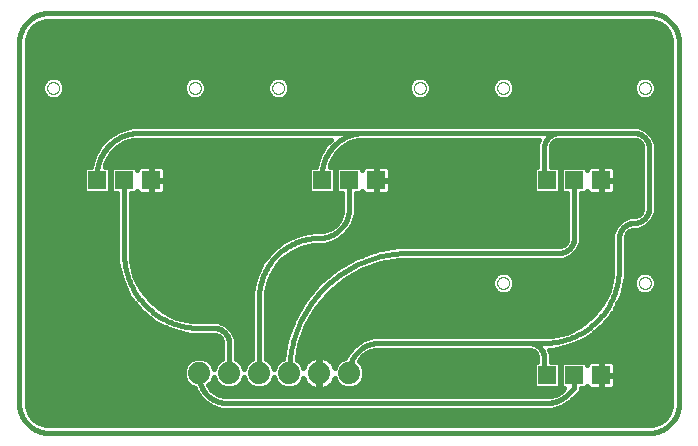
<source format=gtl>
G75*
%MOIN*%
%OFA0B0*%
%FSLAX25Y25*%
%IPPOS*%
%LPD*%
%AMOC8*
5,1,8,0,0,1.08239X$1,22.5*
%
%ADD10C,0.01600*%
%ADD11C,0.07400*%
%ADD12R,0.05937X0.05937*%
%ADD13C,0.00000*%
D10*
X0046567Y0041567D02*
X0045207Y0043440D01*
X0044491Y0045642D01*
X0044400Y0046800D01*
X0044400Y0047317D01*
X0044400Y0166800D01*
X0044491Y0167958D01*
X0045207Y0170160D01*
X0046567Y0172033D01*
X0048440Y0173393D01*
X0050642Y0174109D01*
X0051800Y0174200D01*
X0251800Y0174200D01*
X0252958Y0174109D01*
X0255160Y0173393D01*
X0257033Y0172033D01*
X0258393Y0170160D01*
X0259109Y0167958D01*
X0259200Y0166800D01*
X0259200Y0046800D01*
X0259109Y0045642D01*
X0258393Y0043440D01*
X0257033Y0041567D01*
X0255160Y0040207D01*
X0252958Y0039491D01*
X0251800Y0039400D01*
X0051800Y0039400D01*
X0050642Y0039491D01*
X0048440Y0040207D01*
X0046567Y0041567D01*
X0046547Y0041596D02*
X0257053Y0041596D01*
X0258214Y0043194D02*
X0045386Y0043194D01*
X0044767Y0044793D02*
X0108553Y0044793D01*
X0109146Y0044600D02*
X0219264Y0044600D01*
X0222367Y0045431D01*
X0225149Y0047038D01*
X0225640Y0047529D01*
X0225640Y0047529D01*
X0227711Y0049600D01*
X0229000Y0050889D01*
X0229000Y0051723D01*
X0230348Y0051723D01*
X0231168Y0052543D01*
X0231168Y0052580D01*
X0231209Y0052428D01*
X0231446Y0052018D01*
X0231781Y0051682D01*
X0232192Y0051445D01*
X0232650Y0051323D01*
X0235671Y0051323D01*
X0235671Y0055907D01*
X0236039Y0055907D01*
X0236039Y0051323D01*
X0239061Y0051323D01*
X0239518Y0051445D01*
X0239929Y0051682D01*
X0240264Y0052018D01*
X0240501Y0052428D01*
X0240624Y0052886D01*
X0240624Y0055907D01*
X0236039Y0055907D01*
X0236039Y0056276D01*
X0235671Y0056276D01*
X0235671Y0060860D01*
X0232650Y0060860D01*
X0232192Y0060737D01*
X0231781Y0060500D01*
X0231446Y0060165D01*
X0231209Y0059755D01*
X0231168Y0059602D01*
X0231168Y0059640D01*
X0230348Y0060460D01*
X0223252Y0060460D01*
X0222431Y0059640D01*
X0222431Y0052543D01*
X0223252Y0051723D01*
X0223612Y0051723D01*
X0223173Y0051284D01*
X0222406Y0050612D01*
X0220643Y0049594D01*
X0218676Y0049067D01*
X0217658Y0049000D01*
X0110942Y0049000D01*
X0109856Y0049085D01*
X0107790Y0049757D01*
X0106033Y0051033D01*
X0104860Y0052648D01*
X0106124Y0053911D01*
X0106800Y0055544D01*
X0107476Y0053911D01*
X0108911Y0052476D01*
X0110786Y0051700D01*
X0112814Y0051700D01*
X0114689Y0052476D01*
X0116124Y0053911D01*
X0116800Y0055544D01*
X0117476Y0053911D01*
X0118911Y0052476D01*
X0120786Y0051700D01*
X0122814Y0051700D01*
X0124689Y0052476D01*
X0126124Y0053911D01*
X0126800Y0055544D01*
X0127476Y0053911D01*
X0128911Y0052476D01*
X0130786Y0051700D01*
X0132814Y0051700D01*
X0134689Y0052476D01*
X0136124Y0053911D01*
X0136590Y0055037D01*
X0136703Y0054689D01*
X0137096Y0053917D01*
X0137605Y0053217D01*
X0138217Y0052605D01*
X0138917Y0052096D01*
X0139689Y0051703D01*
X0140512Y0051435D01*
X0141367Y0051300D01*
X0141600Y0051300D01*
X0141600Y0056600D01*
X0142000Y0056600D01*
X0142000Y0051300D01*
X0142233Y0051300D01*
X0143088Y0051435D01*
X0143911Y0051703D01*
X0144683Y0052096D01*
X0145383Y0052605D01*
X0145995Y0053217D01*
X0146504Y0053917D01*
X0146897Y0054689D01*
X0147010Y0055037D01*
X0147476Y0053911D01*
X0148911Y0052476D01*
X0150786Y0051700D01*
X0152814Y0051700D01*
X0154689Y0052476D01*
X0156124Y0053911D01*
X0156900Y0055786D01*
X0156900Y0057814D01*
X0156124Y0059689D01*
X0155112Y0060701D01*
X0156285Y0062315D01*
X0158259Y0063750D01*
X0160580Y0064504D01*
X0161800Y0064600D01*
X0211800Y0064600D01*
X0212346Y0064546D01*
X0213356Y0064128D01*
X0214128Y0063356D01*
X0214546Y0062346D01*
X0214600Y0061800D01*
X0214600Y0060460D01*
X0214196Y0060460D01*
X0213376Y0059640D01*
X0213376Y0052543D01*
X0214196Y0051723D01*
X0221293Y0051723D01*
X0222113Y0052543D01*
X0222113Y0059640D01*
X0221293Y0060460D01*
X0219000Y0060460D01*
X0219000Y0063232D01*
X0218433Y0064600D01*
X0219865Y0064600D01*
X0225840Y0065964D01*
X0225840Y0065964D01*
X0231363Y0068623D01*
X0236155Y0072445D01*
X0239977Y0077237D01*
X0242636Y0082760D01*
X0244000Y0088735D01*
X0244000Y0101800D01*
X0244054Y0102346D01*
X0244472Y0103356D01*
X0245244Y0104128D01*
X0246254Y0104546D01*
X0246800Y0104600D01*
X0248232Y0104600D01*
X0250878Y0105696D01*
X0250878Y0105696D01*
X0252904Y0107722D01*
X0254000Y0110368D01*
X0254000Y0133232D01*
X0252904Y0135878D01*
X0252904Y0135878D01*
X0250878Y0137904D01*
X0248232Y0139000D01*
X0079660Y0139000D01*
X0075526Y0137892D01*
X0071819Y0135752D01*
X0068793Y0132726D01*
X0068793Y0132726D01*
X0066653Y0129019D01*
X0065699Y0125460D01*
X0064196Y0125460D01*
X0063376Y0124640D01*
X0063376Y0117543D01*
X0064196Y0116723D01*
X0071293Y0116723D01*
X0072113Y0117543D01*
X0072113Y0124640D01*
X0071293Y0125460D01*
X0070359Y0125460D01*
X0070847Y0127282D01*
X0072395Y0129962D01*
X0074583Y0132150D01*
X0077263Y0133698D01*
X0080253Y0134499D01*
X0081800Y0134600D01*
X0145667Y0134600D01*
X0143793Y0132726D01*
X0143793Y0132726D01*
X0143793Y0132726D01*
X0141653Y0129019D01*
X0140699Y0125460D01*
X0139196Y0125460D01*
X0138376Y0124640D01*
X0138376Y0117543D01*
X0139196Y0116723D01*
X0146293Y0116723D01*
X0147113Y0117543D01*
X0147113Y0124640D01*
X0146293Y0125460D01*
X0145359Y0125460D01*
X0145847Y0127282D01*
X0147395Y0129962D01*
X0149583Y0132150D01*
X0152263Y0133698D01*
X0155253Y0134499D01*
X0156800Y0134600D01*
X0215167Y0134600D01*
X0214600Y0133232D01*
X0214600Y0125460D01*
X0214196Y0125460D01*
X0213376Y0124640D01*
X0213376Y0117543D01*
X0214196Y0116723D01*
X0221293Y0116723D01*
X0222113Y0117543D01*
X0222113Y0124640D01*
X0221293Y0125460D01*
X0219000Y0125460D01*
X0219000Y0131800D01*
X0219054Y0132346D01*
X0219472Y0133356D01*
X0220244Y0134128D01*
X0221254Y0134546D01*
X0221800Y0134600D01*
X0246800Y0134600D01*
X0247346Y0134546D01*
X0248356Y0134128D01*
X0249128Y0133356D01*
X0249546Y0132346D01*
X0249600Y0131800D01*
X0249600Y0111800D01*
X0249546Y0111254D01*
X0249128Y0110244D01*
X0248356Y0109472D01*
X0247346Y0109054D01*
X0246800Y0109000D01*
X0245368Y0109000D01*
X0242722Y0107904D01*
X0242722Y0107904D01*
X0240696Y0105878D01*
X0239600Y0103232D01*
X0239600Y0091800D01*
X0239457Y0089247D01*
X0238321Y0084270D01*
X0236105Y0079670D01*
X0232922Y0075678D01*
X0228930Y0072495D01*
X0224330Y0070279D01*
X0219353Y0069143D01*
X0216800Y0069000D01*
X0159868Y0069000D01*
X0156192Y0067806D01*
X0153066Y0065534D01*
X0150794Y0062408D01*
X0150794Y0062408D01*
X0150605Y0061825D01*
X0148911Y0061124D01*
X0147476Y0059689D01*
X0147010Y0058563D01*
X0146897Y0058911D01*
X0146504Y0059683D01*
X0145995Y0060383D01*
X0145383Y0060995D01*
X0144683Y0061504D01*
X0143911Y0061897D01*
X0143088Y0062165D01*
X0142233Y0062300D01*
X0142000Y0062300D01*
X0142000Y0057000D01*
X0141600Y0057000D01*
X0141600Y0062300D01*
X0141367Y0062300D01*
X0140512Y0062165D01*
X0139689Y0061897D01*
X0138917Y0061504D01*
X0138217Y0060995D01*
X0137605Y0060383D01*
X0137096Y0059683D01*
X0136703Y0058911D01*
X0136590Y0058563D01*
X0136124Y0059689D01*
X0134689Y0061124D01*
X0134350Y0061264D01*
X0135288Y0066583D01*
X0137542Y0072775D01*
X0140836Y0078481D01*
X0145071Y0083529D01*
X0150119Y0087764D01*
X0155825Y0091058D01*
X0162017Y0093312D01*
X0168506Y0094456D01*
X0171800Y0094600D01*
X0223232Y0094600D01*
X0225878Y0095696D01*
X0225878Y0095696D01*
X0227904Y0097722D01*
X0229000Y0100368D01*
X0229000Y0116723D01*
X0230348Y0116723D01*
X0231168Y0117543D01*
X0231168Y0117580D01*
X0231209Y0117428D01*
X0231446Y0117018D01*
X0231781Y0116682D01*
X0232192Y0116445D01*
X0232650Y0116323D01*
X0235671Y0116323D01*
X0235671Y0120907D01*
X0236039Y0120907D01*
X0236039Y0116323D01*
X0239061Y0116323D01*
X0239518Y0116445D01*
X0239929Y0116682D01*
X0240264Y0117018D01*
X0240501Y0117428D01*
X0240624Y0117886D01*
X0240624Y0120907D01*
X0236039Y0120907D01*
X0236039Y0121276D01*
X0235671Y0121276D01*
X0235671Y0125860D01*
X0232650Y0125860D01*
X0232192Y0125737D01*
X0231781Y0125500D01*
X0231446Y0125165D01*
X0231209Y0124755D01*
X0231168Y0124602D01*
X0231168Y0124640D01*
X0230348Y0125460D01*
X0223252Y0125460D01*
X0222431Y0124640D01*
X0222431Y0117543D01*
X0223252Y0116723D01*
X0224600Y0116723D01*
X0224600Y0101800D01*
X0224546Y0101254D01*
X0224128Y0100244D01*
X0223356Y0099472D01*
X0222346Y0099054D01*
X0221800Y0099000D01*
X0168108Y0099000D01*
X0160836Y0097718D01*
X0153897Y0095192D01*
X0147503Y0091500D01*
X0147503Y0091500D01*
X0141846Y0086754D01*
X0141846Y0086754D01*
X0141846Y0086754D01*
X0137100Y0081097D01*
X0133408Y0074703D01*
X0130882Y0067764D01*
X0129774Y0061481D01*
X0128911Y0061124D01*
X0127476Y0059689D01*
X0126800Y0058056D01*
X0126124Y0059689D01*
X0124689Y0061124D01*
X0124000Y0061409D01*
X0124000Y0081800D01*
X0124112Y0083793D01*
X0124999Y0087679D01*
X0126728Y0091270D01*
X0129213Y0094386D01*
X0132330Y0096872D01*
X0135921Y0098601D01*
X0139807Y0099488D01*
X0141800Y0099600D01*
X0143732Y0099600D01*
X0147408Y0100794D01*
X0150534Y0103066D01*
X0152806Y0106192D01*
X0154000Y0109868D01*
X0154000Y0116723D01*
X0155348Y0116723D01*
X0156168Y0117543D01*
X0156168Y0117580D01*
X0156209Y0117428D01*
X0156446Y0117018D01*
X0156781Y0116682D01*
X0157192Y0116445D01*
X0157650Y0116323D01*
X0160671Y0116323D01*
X0160671Y0120907D01*
X0161039Y0120907D01*
X0161039Y0116323D01*
X0164061Y0116323D01*
X0164518Y0116445D01*
X0164929Y0116682D01*
X0165264Y0117018D01*
X0165501Y0117428D01*
X0165624Y0117886D01*
X0165624Y0120907D01*
X0161039Y0120907D01*
X0161039Y0121276D01*
X0160671Y0121276D01*
X0160671Y0125860D01*
X0157650Y0125860D01*
X0157192Y0125737D01*
X0156781Y0125500D01*
X0156446Y0125165D01*
X0156209Y0124755D01*
X0156168Y0124602D01*
X0156168Y0124640D01*
X0155348Y0125460D01*
X0148252Y0125460D01*
X0147431Y0124640D01*
X0147431Y0117543D01*
X0148252Y0116723D01*
X0149600Y0116723D01*
X0149600Y0111800D01*
X0149504Y0110580D01*
X0148750Y0108259D01*
X0147315Y0106285D01*
X0145341Y0104850D01*
X0143020Y0104096D01*
X0141800Y0104000D01*
X0140889Y0104000D01*
X0139299Y0104000D01*
X0134421Y0102887D01*
X0129914Y0100716D01*
X0126003Y0097597D01*
X0126003Y0097597D01*
X0122884Y0093686D01*
X0120713Y0089179D01*
X0120713Y0089179D01*
X0119600Y0084301D01*
X0119600Y0061409D01*
X0118911Y0061124D01*
X0117476Y0059689D01*
X0116800Y0058056D01*
X0116124Y0059689D01*
X0114689Y0061124D01*
X0114000Y0061409D01*
X0114000Y0068232D01*
X0112904Y0070878D01*
X0112904Y0070878D01*
X0110878Y0072904D01*
X0108232Y0074000D01*
X0101800Y0074000D01*
X0099247Y0074143D01*
X0094270Y0075279D01*
X0089670Y0077495D01*
X0085678Y0080678D01*
X0082495Y0084670D01*
X0080279Y0089270D01*
X0079143Y0094247D01*
X0079000Y0096800D01*
X0079000Y0116723D01*
X0080348Y0116723D01*
X0081168Y0117543D01*
X0081168Y0117580D01*
X0081209Y0117428D01*
X0081446Y0117018D01*
X0081781Y0116682D01*
X0082192Y0116445D01*
X0082650Y0116323D01*
X0085671Y0116323D01*
X0085671Y0120907D01*
X0086039Y0120907D01*
X0086039Y0116323D01*
X0089061Y0116323D01*
X0089518Y0116445D01*
X0089929Y0116682D01*
X0090264Y0117018D01*
X0090501Y0117428D01*
X0090624Y0117886D01*
X0090624Y0120907D01*
X0086039Y0120907D01*
X0086039Y0121276D01*
X0085671Y0121276D01*
X0085671Y0125860D01*
X0082650Y0125860D01*
X0082192Y0125737D01*
X0081781Y0125500D01*
X0081446Y0125165D01*
X0081209Y0124755D01*
X0081168Y0124602D01*
X0081168Y0124640D01*
X0080348Y0125460D01*
X0073252Y0125460D01*
X0072431Y0124640D01*
X0072431Y0117543D01*
X0073252Y0116723D01*
X0074600Y0116723D01*
X0074600Y0093735D01*
X0075964Y0087760D01*
X0075964Y0087760D01*
X0078623Y0082237D01*
X0082445Y0077445D01*
X0087237Y0073623D01*
X0087237Y0073623D01*
X0092760Y0070964D01*
X0098735Y0069600D01*
X0106800Y0069600D01*
X0107346Y0069546D01*
X0108356Y0069128D01*
X0109128Y0068356D01*
X0109546Y0067346D01*
X0109600Y0066800D01*
X0109600Y0061409D01*
X0108911Y0061124D01*
X0107476Y0059689D01*
X0106800Y0058056D01*
X0106124Y0059689D01*
X0104689Y0061124D01*
X0102814Y0061900D01*
X0100786Y0061900D01*
X0098911Y0061124D01*
X0097476Y0059689D01*
X0096700Y0057814D01*
X0096700Y0055786D01*
X0097476Y0053911D01*
X0098911Y0052476D01*
X0100334Y0051887D01*
X0100710Y0050729D01*
X0102822Y0047822D01*
X0105729Y0045710D01*
X0109146Y0044600D01*
X0110942Y0046800D02*
X0217658Y0046800D01*
X0219264Y0044600D02*
X0219264Y0044600D01*
X0219983Y0044793D02*
X0258833Y0044793D01*
X0259168Y0046391D02*
X0224029Y0046391D01*
X0226101Y0047990D02*
X0259200Y0047990D01*
X0259200Y0049588D02*
X0227699Y0049588D01*
X0229000Y0051187D02*
X0259200Y0051187D01*
X0259200Y0052785D02*
X0240597Y0052785D01*
X0240624Y0054384D02*
X0259200Y0054384D01*
X0259200Y0055982D02*
X0236039Y0055982D01*
X0236039Y0056276D02*
X0240624Y0056276D01*
X0240624Y0059297D01*
X0240501Y0059755D01*
X0240264Y0060165D01*
X0239929Y0060500D01*
X0239518Y0060737D01*
X0239061Y0060860D01*
X0236039Y0060860D01*
X0236039Y0056276D01*
X0236039Y0057581D02*
X0235671Y0057581D01*
X0235671Y0059179D02*
X0236039Y0059179D01*
X0236039Y0060778D02*
X0235671Y0060778D01*
X0232343Y0060778D02*
X0219000Y0060778D01*
X0219000Y0062376D02*
X0259200Y0062376D01*
X0259200Y0060778D02*
X0239367Y0060778D01*
X0240624Y0059179D02*
X0259200Y0059179D01*
X0259200Y0057581D02*
X0240624Y0057581D01*
X0236039Y0054384D02*
X0235671Y0054384D01*
X0235671Y0052785D02*
X0236039Y0052785D01*
X0226800Y0051800D02*
X0226800Y0056091D01*
X0226800Y0051800D02*
X0224729Y0049729D01*
X0223062Y0051187D02*
X0105922Y0051187D01*
X0104998Y0052785D02*
X0108602Y0052785D01*
X0107281Y0054384D02*
X0106319Y0054384D01*
X0101800Y0055942D02*
X0101800Y0056800D01*
X0097265Y0059179D02*
X0044400Y0059179D01*
X0044400Y0057581D02*
X0096700Y0057581D01*
X0096700Y0055982D02*
X0044400Y0055982D01*
X0044400Y0054384D02*
X0097281Y0054384D01*
X0098602Y0052785D02*
X0044400Y0052785D01*
X0044400Y0051187D02*
X0100561Y0051187D01*
X0100710Y0050729D02*
X0100710Y0050729D01*
X0101539Y0049588D02*
X0044400Y0049588D01*
X0044400Y0047990D02*
X0102700Y0047990D01*
X0102822Y0047822D02*
X0102822Y0047822D01*
X0102822Y0047822D01*
X0104792Y0046391D02*
X0044432Y0046391D01*
X0041800Y0046800D02*
X0041800Y0166800D01*
X0044400Y0166279D02*
X0259200Y0166279D01*
X0259200Y0164681D02*
X0044400Y0164681D01*
X0044400Y0163082D02*
X0259200Y0163082D01*
X0259200Y0161484D02*
X0044400Y0161484D01*
X0044400Y0159885D02*
X0259200Y0159885D01*
X0259200Y0158287D02*
X0044400Y0158287D01*
X0044400Y0156688D02*
X0259200Y0156688D01*
X0259200Y0155090D02*
X0252327Y0155090D01*
X0252557Y0154995D02*
X0251172Y0155568D01*
X0249672Y0155568D01*
X0248287Y0154995D01*
X0247227Y0153935D01*
X0246654Y0152550D01*
X0246654Y0151050D01*
X0247227Y0149665D01*
X0248287Y0148605D01*
X0249672Y0148031D01*
X0251172Y0148031D01*
X0252557Y0148605D01*
X0253617Y0149665D01*
X0254191Y0151050D01*
X0254191Y0152550D01*
X0253617Y0153935D01*
X0252557Y0154995D01*
X0253800Y0153491D02*
X0259200Y0153491D01*
X0259200Y0151893D02*
X0254191Y0151893D01*
X0253877Y0150294D02*
X0259200Y0150294D01*
X0259200Y0148696D02*
X0252647Y0148696D01*
X0248197Y0148696D02*
X0205403Y0148696D01*
X0205313Y0148605D02*
X0206373Y0149665D01*
X0206946Y0151050D01*
X0206946Y0152550D01*
X0206373Y0153935D01*
X0205313Y0154995D01*
X0203928Y0155568D01*
X0202428Y0155568D01*
X0201043Y0154995D01*
X0199983Y0153935D01*
X0199409Y0152550D01*
X0199409Y0151050D01*
X0199983Y0149665D01*
X0201043Y0148605D01*
X0202428Y0148031D01*
X0203928Y0148031D01*
X0205313Y0148605D01*
X0206633Y0150294D02*
X0246967Y0150294D01*
X0246654Y0151893D02*
X0206946Y0151893D01*
X0206556Y0153491D02*
X0247044Y0153491D01*
X0248517Y0155090D02*
X0205083Y0155090D01*
X0201273Y0155090D02*
X0177327Y0155090D01*
X0177557Y0154995D02*
X0176172Y0155568D01*
X0174672Y0155568D01*
X0173287Y0154995D01*
X0172227Y0153935D01*
X0171654Y0152550D01*
X0171654Y0151050D01*
X0172227Y0149665D01*
X0173287Y0148605D01*
X0174672Y0148031D01*
X0176172Y0148031D01*
X0177557Y0148605D01*
X0178617Y0149665D01*
X0179191Y0151050D01*
X0179191Y0152550D01*
X0178617Y0153935D01*
X0177557Y0154995D01*
X0178800Y0153491D02*
X0199800Y0153491D01*
X0199409Y0151893D02*
X0179191Y0151893D01*
X0178877Y0150294D02*
X0199723Y0150294D01*
X0200953Y0148696D02*
X0177647Y0148696D01*
X0173197Y0148696D02*
X0130403Y0148696D01*
X0130313Y0148605D02*
X0131373Y0149665D01*
X0131946Y0151050D01*
X0131946Y0152550D01*
X0131373Y0153935D01*
X0130313Y0154995D01*
X0128928Y0155568D01*
X0127428Y0155568D01*
X0126043Y0154995D01*
X0124983Y0153935D01*
X0124409Y0152550D01*
X0124409Y0151050D01*
X0124983Y0149665D01*
X0126043Y0148605D01*
X0127428Y0148031D01*
X0128928Y0148031D01*
X0130313Y0148605D01*
X0131633Y0150294D02*
X0171967Y0150294D01*
X0171654Y0151893D02*
X0131946Y0151893D01*
X0131556Y0153491D02*
X0172044Y0153491D01*
X0173517Y0155090D02*
X0130083Y0155090D01*
X0126273Y0155090D02*
X0102327Y0155090D01*
X0102557Y0154995D02*
X0101172Y0155568D01*
X0099672Y0155568D01*
X0098287Y0154995D01*
X0097227Y0153935D01*
X0096654Y0152550D01*
X0096654Y0151050D01*
X0097227Y0149665D01*
X0098287Y0148605D01*
X0099672Y0148031D01*
X0101172Y0148031D01*
X0102557Y0148605D01*
X0103617Y0149665D01*
X0104191Y0151050D01*
X0104191Y0152550D01*
X0103617Y0153935D01*
X0102557Y0154995D01*
X0103800Y0153491D02*
X0124800Y0153491D01*
X0124409Y0151893D02*
X0104191Y0151893D01*
X0103877Y0150294D02*
X0124723Y0150294D01*
X0125953Y0148696D02*
X0102647Y0148696D01*
X0098197Y0148696D02*
X0055403Y0148696D01*
X0055313Y0148605D02*
X0056373Y0149665D01*
X0056946Y0151050D01*
X0056946Y0152550D01*
X0056373Y0153935D01*
X0055313Y0154995D01*
X0053928Y0155568D01*
X0052428Y0155568D01*
X0051043Y0154995D01*
X0049983Y0153935D01*
X0049409Y0152550D01*
X0049409Y0151050D01*
X0049983Y0149665D01*
X0051043Y0148605D01*
X0052428Y0148031D01*
X0053928Y0148031D01*
X0055313Y0148605D01*
X0056633Y0150294D02*
X0096967Y0150294D01*
X0096654Y0151893D02*
X0056946Y0151893D01*
X0056556Y0153491D02*
X0097044Y0153491D01*
X0098517Y0155090D02*
X0055083Y0155090D01*
X0051273Y0155090D02*
X0044400Y0155090D01*
X0044400Y0153491D02*
X0049800Y0153491D01*
X0049409Y0151893D02*
X0044400Y0151893D01*
X0044400Y0150294D02*
X0049723Y0150294D01*
X0050953Y0148696D02*
X0044400Y0148696D01*
X0044400Y0147097D02*
X0259200Y0147097D01*
X0259200Y0145499D02*
X0044400Y0145499D01*
X0044400Y0143900D02*
X0259200Y0143900D01*
X0259200Y0142302D02*
X0044400Y0142302D01*
X0044400Y0140703D02*
X0259200Y0140703D01*
X0259200Y0139105D02*
X0044400Y0139105D01*
X0044400Y0137506D02*
X0074857Y0137506D01*
X0075526Y0137892D02*
X0075526Y0137892D01*
X0072088Y0135908D02*
X0044400Y0135908D01*
X0044400Y0134309D02*
X0070376Y0134309D01*
X0071819Y0135752D02*
X0071819Y0135752D01*
X0068784Y0132711D02*
X0044400Y0132711D01*
X0044400Y0131112D02*
X0067861Y0131112D01*
X0066938Y0129514D02*
X0044400Y0129514D01*
X0044400Y0127915D02*
X0066357Y0127915D01*
X0066653Y0129019D02*
X0066653Y0129019D01*
X0065929Y0126317D02*
X0044400Y0126317D01*
X0044400Y0124718D02*
X0063455Y0124718D01*
X0063376Y0123120D02*
X0044400Y0123120D01*
X0044400Y0121521D02*
X0063376Y0121521D01*
X0063376Y0119923D02*
X0044400Y0119923D01*
X0044400Y0118324D02*
X0063376Y0118324D01*
X0064194Y0116726D02*
X0044400Y0116726D01*
X0044400Y0115127D02*
X0074600Y0115127D01*
X0074600Y0113529D02*
X0044400Y0113529D01*
X0044400Y0111930D02*
X0074600Y0111930D01*
X0074600Y0110332D02*
X0044400Y0110332D01*
X0044400Y0108733D02*
X0074600Y0108733D01*
X0074600Y0107134D02*
X0044400Y0107134D01*
X0044400Y0105536D02*
X0074600Y0105536D01*
X0074600Y0103937D02*
X0044400Y0103937D01*
X0044400Y0102339D02*
X0074600Y0102339D01*
X0074600Y0100740D02*
X0044400Y0100740D01*
X0044400Y0099142D02*
X0074600Y0099142D01*
X0074600Y0097543D02*
X0044400Y0097543D01*
X0044400Y0095945D02*
X0074600Y0095945D01*
X0074600Y0094346D02*
X0044400Y0094346D01*
X0044400Y0092748D02*
X0074825Y0092748D01*
X0075190Y0091149D02*
X0044400Y0091149D01*
X0044400Y0089551D02*
X0075555Y0089551D01*
X0075920Y0087952D02*
X0044400Y0087952D01*
X0044400Y0086354D02*
X0076641Y0086354D01*
X0077411Y0084755D02*
X0044400Y0084755D01*
X0044400Y0083157D02*
X0078180Y0083157D01*
X0078623Y0082237D02*
X0078623Y0082237D01*
X0079165Y0081558D02*
X0044400Y0081558D01*
X0044400Y0079960D02*
X0080439Y0079960D01*
X0081714Y0078361D02*
X0044400Y0078361D01*
X0044400Y0076763D02*
X0083300Y0076763D01*
X0082445Y0077445D02*
X0082445Y0077445D01*
X0082445Y0077445D01*
X0085305Y0075164D02*
X0044400Y0075164D01*
X0044400Y0073566D02*
X0087357Y0073566D01*
X0090676Y0071967D02*
X0044400Y0071967D01*
X0044400Y0070369D02*
X0095367Y0070369D01*
X0092760Y0070964D02*
X0092760Y0070964D01*
X0094774Y0075164D02*
X0119600Y0075164D01*
X0119600Y0073566D02*
X0109280Y0073566D01*
X0110878Y0072904D02*
X0110878Y0072904D01*
X0111815Y0071967D02*
X0119600Y0071967D01*
X0119600Y0070369D02*
X0113115Y0070369D01*
X0113777Y0068770D02*
X0119600Y0068770D01*
X0119600Y0067172D02*
X0114000Y0067172D01*
X0114000Y0065573D02*
X0119600Y0065573D01*
X0119600Y0063975D02*
X0114000Y0063975D01*
X0114000Y0062376D02*
X0119600Y0062376D01*
X0118565Y0060778D02*
X0115035Y0060778D01*
X0116335Y0059179D02*
X0117265Y0059179D01*
X0117281Y0054384D02*
X0116319Y0054384D01*
X0114998Y0052785D02*
X0118602Y0052785D01*
X0124998Y0052785D02*
X0128602Y0052785D01*
X0127281Y0054384D02*
X0126319Y0054384D01*
X0126335Y0059179D02*
X0127265Y0059179D01*
X0128565Y0060778D02*
X0125035Y0060778D01*
X0124000Y0062376D02*
X0129932Y0062376D01*
X0130214Y0063975D02*
X0124000Y0063975D01*
X0124000Y0065573D02*
X0130496Y0065573D01*
X0130778Y0067172D02*
X0124000Y0067172D01*
X0124000Y0068770D02*
X0131249Y0068770D01*
X0131830Y0070369D02*
X0124000Y0070369D01*
X0124000Y0071967D02*
X0132412Y0071967D01*
X0132994Y0073566D02*
X0124000Y0073566D01*
X0124000Y0075164D02*
X0133674Y0075164D01*
X0134597Y0076763D02*
X0124000Y0076763D01*
X0124000Y0078361D02*
X0135520Y0078361D01*
X0136443Y0079960D02*
X0124000Y0079960D01*
X0124000Y0081558D02*
X0137487Y0081558D01*
X0137100Y0081097D02*
X0137100Y0081097D01*
X0138828Y0083157D02*
X0124076Y0083157D01*
X0124332Y0084755D02*
X0140169Y0084755D01*
X0141510Y0086354D02*
X0124696Y0086354D01*
X0125131Y0087952D02*
X0143274Y0087952D01*
X0145179Y0089551D02*
X0125900Y0089551D01*
X0126670Y0091149D02*
X0147084Y0091149D01*
X0149664Y0092748D02*
X0127907Y0092748D01*
X0129182Y0094346D02*
X0152432Y0094346D01*
X0153897Y0095192D02*
X0153897Y0095192D01*
X0155965Y0095945D02*
X0131168Y0095945D01*
X0133725Y0097543D02*
X0160357Y0097543D01*
X0160836Y0097718D02*
X0160836Y0097718D01*
X0160467Y0092748D02*
X0239600Y0092748D01*
X0239600Y0094346D02*
X0167883Y0094346D01*
X0171800Y0096800D02*
X0221800Y0096800D01*
X0222559Y0099142D02*
X0138291Y0099142D01*
X0139025Y0103937D02*
X0079000Y0103937D01*
X0079000Y0102339D02*
X0133284Y0102339D01*
X0129965Y0100740D02*
X0079000Y0100740D01*
X0079000Y0099142D02*
X0127940Y0099142D01*
X0125960Y0097543D02*
X0079000Y0097543D01*
X0079048Y0095945D02*
X0124685Y0095945D01*
X0123411Y0094346D02*
X0079138Y0094346D01*
X0079486Y0092748D02*
X0122432Y0092748D01*
X0122884Y0093686D02*
X0122884Y0093686D01*
X0121662Y0091149D02*
X0079850Y0091149D01*
X0080215Y0089551D02*
X0120892Y0089551D01*
X0120433Y0087952D02*
X0080914Y0087952D01*
X0081684Y0086354D02*
X0120068Y0086354D01*
X0119704Y0084755D02*
X0082453Y0084755D01*
X0083701Y0083157D02*
X0119600Y0083157D01*
X0119600Y0081558D02*
X0084976Y0081558D01*
X0086578Y0079960D02*
X0119600Y0079960D01*
X0119600Y0078361D02*
X0088583Y0078361D01*
X0091189Y0076763D02*
X0119600Y0076763D01*
X0121800Y0081800D02*
X0121800Y0056800D01*
X0111800Y0056800D02*
X0111800Y0066800D01*
X0109563Y0067172D02*
X0044400Y0067172D01*
X0044400Y0068770D02*
X0108713Y0068770D01*
X0106800Y0071800D02*
X0106940Y0071798D01*
X0107080Y0071792D01*
X0107220Y0071782D01*
X0107360Y0071769D01*
X0107499Y0071751D01*
X0107638Y0071729D01*
X0107775Y0071704D01*
X0107913Y0071675D01*
X0108049Y0071642D01*
X0108184Y0071605D01*
X0108318Y0071564D01*
X0108451Y0071519D01*
X0108583Y0071471D01*
X0108713Y0071419D01*
X0108842Y0071364D01*
X0108969Y0071305D01*
X0109095Y0071242D01*
X0109219Y0071176D01*
X0109340Y0071107D01*
X0109460Y0071034D01*
X0109578Y0070957D01*
X0109693Y0070878D01*
X0109807Y0070795D01*
X0109917Y0070709D01*
X0110026Y0070620D01*
X0110132Y0070528D01*
X0110235Y0070433D01*
X0110336Y0070336D01*
X0110433Y0070235D01*
X0110528Y0070132D01*
X0110620Y0070026D01*
X0110709Y0069917D01*
X0110795Y0069807D01*
X0110878Y0069693D01*
X0110957Y0069578D01*
X0111034Y0069460D01*
X0111107Y0069340D01*
X0111176Y0069219D01*
X0111242Y0069095D01*
X0111305Y0068969D01*
X0111364Y0068842D01*
X0111419Y0068713D01*
X0111471Y0068583D01*
X0111519Y0068451D01*
X0111564Y0068318D01*
X0111605Y0068184D01*
X0111642Y0068049D01*
X0111675Y0067913D01*
X0111704Y0067775D01*
X0111729Y0067638D01*
X0111751Y0067499D01*
X0111769Y0067360D01*
X0111782Y0067220D01*
X0111792Y0067080D01*
X0111798Y0066940D01*
X0111800Y0066800D01*
X0109600Y0065573D02*
X0044400Y0065573D01*
X0044400Y0063975D02*
X0109600Y0063975D01*
X0109600Y0062376D02*
X0044400Y0062376D01*
X0044400Y0060778D02*
X0098565Y0060778D01*
X0105035Y0060778D02*
X0108565Y0060778D01*
X0107265Y0059179D02*
X0106335Y0059179D01*
X0101800Y0055942D02*
X0101803Y0055721D01*
X0101811Y0055500D01*
X0101824Y0055280D01*
X0101843Y0055060D01*
X0101867Y0054840D01*
X0101896Y0054621D01*
X0101930Y0054403D01*
X0101970Y0054186D01*
X0102015Y0053969D01*
X0102066Y0053754D01*
X0102121Y0053540D01*
X0102182Y0053328D01*
X0102247Y0053117D01*
X0102318Y0052908D01*
X0102394Y0052700D01*
X0102475Y0052495D01*
X0102561Y0052291D01*
X0102651Y0052090D01*
X0102747Y0051890D01*
X0102847Y0051694D01*
X0102952Y0051499D01*
X0103062Y0051307D01*
X0103176Y0051118D01*
X0103295Y0050932D01*
X0103418Y0050749D01*
X0103546Y0050568D01*
X0103678Y0050391D01*
X0103814Y0050217D01*
X0103955Y0050047D01*
X0104099Y0049880D01*
X0104248Y0049716D01*
X0104400Y0049556D01*
X0104556Y0049400D01*
X0104716Y0049248D01*
X0104880Y0049099D01*
X0105047Y0048955D01*
X0105217Y0048814D01*
X0105391Y0048678D01*
X0105568Y0048546D01*
X0105749Y0048418D01*
X0105932Y0048295D01*
X0106118Y0048176D01*
X0106307Y0048062D01*
X0106499Y0047952D01*
X0106694Y0047847D01*
X0106890Y0047747D01*
X0107090Y0047651D01*
X0107291Y0047561D01*
X0107495Y0047475D01*
X0107700Y0047394D01*
X0107908Y0047318D01*
X0108117Y0047247D01*
X0108328Y0047182D01*
X0108540Y0047121D01*
X0108754Y0047066D01*
X0108969Y0047015D01*
X0109186Y0046970D01*
X0109403Y0046930D01*
X0109621Y0046896D01*
X0109840Y0046867D01*
X0110060Y0046843D01*
X0110280Y0046824D01*
X0110500Y0046811D01*
X0110721Y0046803D01*
X0110942Y0046800D01*
X0108309Y0049588D02*
X0220622Y0049588D01*
X0222113Y0052785D02*
X0222431Y0052785D01*
X0222431Y0054384D02*
X0222113Y0054384D01*
X0222113Y0055982D02*
X0222431Y0055982D01*
X0222431Y0057581D02*
X0222113Y0057581D01*
X0222113Y0059179D02*
X0222431Y0059179D01*
X0224729Y0049729D02*
X0224559Y0049563D01*
X0224385Y0049400D01*
X0224207Y0049243D01*
X0224025Y0049089D01*
X0223840Y0048939D01*
X0223651Y0048795D01*
X0223459Y0048654D01*
X0223263Y0048519D01*
X0223064Y0048387D01*
X0222863Y0048261D01*
X0222658Y0048140D01*
X0222450Y0048023D01*
X0222240Y0047912D01*
X0222027Y0047805D01*
X0221812Y0047704D01*
X0221595Y0047607D01*
X0221375Y0047516D01*
X0221153Y0047431D01*
X0220929Y0047350D01*
X0220703Y0047275D01*
X0220475Y0047205D01*
X0220246Y0047141D01*
X0220016Y0047082D01*
X0219784Y0047029D01*
X0219551Y0046981D01*
X0219316Y0046938D01*
X0219081Y0046902D01*
X0218845Y0046871D01*
X0218609Y0046845D01*
X0218371Y0046825D01*
X0218134Y0046811D01*
X0217896Y0046803D01*
X0217658Y0046800D01*
X0213376Y0052785D02*
X0154998Y0052785D01*
X0156319Y0054384D02*
X0213376Y0054384D01*
X0213376Y0055982D02*
X0156900Y0055982D01*
X0156900Y0057581D02*
X0213376Y0057581D01*
X0213376Y0059179D02*
X0156335Y0059179D01*
X0155167Y0060778D02*
X0214600Y0060778D01*
X0214534Y0062376D02*
X0156368Y0062376D01*
X0158951Y0063975D02*
X0213509Y0063975D01*
X0211800Y0066800D02*
X0211940Y0066798D01*
X0212080Y0066792D01*
X0212220Y0066782D01*
X0212360Y0066769D01*
X0212499Y0066751D01*
X0212638Y0066729D01*
X0212775Y0066704D01*
X0212913Y0066675D01*
X0213049Y0066642D01*
X0213184Y0066605D01*
X0213318Y0066564D01*
X0213451Y0066519D01*
X0213583Y0066471D01*
X0213713Y0066419D01*
X0213842Y0066364D01*
X0213969Y0066305D01*
X0214095Y0066242D01*
X0214219Y0066176D01*
X0214340Y0066107D01*
X0214460Y0066034D01*
X0214578Y0065957D01*
X0214693Y0065878D01*
X0214807Y0065795D01*
X0214917Y0065709D01*
X0215026Y0065620D01*
X0215132Y0065528D01*
X0215235Y0065433D01*
X0215336Y0065336D01*
X0215433Y0065235D01*
X0215528Y0065132D01*
X0215620Y0065026D01*
X0215709Y0064917D01*
X0215795Y0064807D01*
X0215878Y0064693D01*
X0215957Y0064578D01*
X0216034Y0064460D01*
X0216107Y0064340D01*
X0216176Y0064219D01*
X0216242Y0064095D01*
X0216305Y0063969D01*
X0216364Y0063842D01*
X0216419Y0063713D01*
X0216471Y0063583D01*
X0216519Y0063451D01*
X0216564Y0063318D01*
X0216605Y0063184D01*
X0216642Y0063049D01*
X0216675Y0062913D01*
X0216704Y0062775D01*
X0216729Y0062638D01*
X0216751Y0062499D01*
X0216769Y0062360D01*
X0216782Y0062220D01*
X0216792Y0062080D01*
X0216798Y0061940D01*
X0216800Y0061800D01*
X0216800Y0056800D01*
X0216802Y0056749D01*
X0216807Y0056699D01*
X0216816Y0056649D01*
X0216829Y0056600D01*
X0216845Y0056552D01*
X0216864Y0056505D01*
X0216887Y0056460D01*
X0216913Y0056417D01*
X0216941Y0056375D01*
X0216973Y0056336D01*
X0217008Y0056299D01*
X0217045Y0056264D01*
X0217084Y0056232D01*
X0217126Y0056204D01*
X0217169Y0056178D01*
X0217214Y0056155D01*
X0217261Y0056136D01*
X0217309Y0056120D01*
X0217358Y0056107D01*
X0217408Y0056098D01*
X0217458Y0056093D01*
X0217509Y0056091D01*
X0217745Y0056091D01*
X0218692Y0063975D02*
X0259200Y0063975D01*
X0259200Y0065573D02*
X0224129Y0065573D01*
X0228348Y0067172D02*
X0259200Y0067172D01*
X0259200Y0068770D02*
X0231547Y0068770D01*
X0231363Y0068623D02*
X0231363Y0068623D01*
X0233551Y0070369D02*
X0259200Y0070369D01*
X0259200Y0071967D02*
X0235556Y0071967D01*
X0236155Y0072445D02*
X0236155Y0072445D01*
X0236155Y0072445D01*
X0237049Y0073566D02*
X0259200Y0073566D01*
X0259200Y0075164D02*
X0238324Y0075164D01*
X0239598Y0076763D02*
X0259200Y0076763D01*
X0259200Y0078361D02*
X0240518Y0078361D01*
X0239977Y0077237D02*
X0239977Y0077237D01*
X0241288Y0079960D02*
X0259200Y0079960D01*
X0259200Y0081558D02*
X0242058Y0081558D01*
X0242636Y0082760D02*
X0242636Y0082760D01*
X0242727Y0083157D02*
X0249370Y0083157D01*
X0249672Y0083031D02*
X0251172Y0083031D01*
X0252557Y0083605D01*
X0253617Y0084665D01*
X0254191Y0086050D01*
X0254191Y0087550D01*
X0253617Y0088935D01*
X0252557Y0089995D01*
X0251172Y0090568D01*
X0249672Y0090568D01*
X0248287Y0089995D01*
X0247227Y0088935D01*
X0246654Y0087550D01*
X0246654Y0086050D01*
X0247227Y0084665D01*
X0248287Y0083605D01*
X0249672Y0083031D01*
X0251474Y0083157D02*
X0259200Y0083157D01*
X0259200Y0084755D02*
X0253654Y0084755D01*
X0254191Y0086354D02*
X0259200Y0086354D01*
X0259200Y0087952D02*
X0254024Y0087952D01*
X0253001Y0089551D02*
X0259200Y0089551D01*
X0259200Y0091149D02*
X0244000Y0091149D01*
X0244000Y0089551D02*
X0247843Y0089551D01*
X0246820Y0087952D02*
X0243821Y0087952D01*
X0243456Y0086354D02*
X0246654Y0086354D01*
X0247190Y0084755D02*
X0243092Y0084755D01*
X0238796Y0086354D02*
X0206946Y0086354D01*
X0206946Y0086050D02*
X0206373Y0084665D01*
X0205313Y0083605D01*
X0203928Y0083031D01*
X0202428Y0083031D01*
X0201043Y0083605D01*
X0199983Y0084665D01*
X0199409Y0086050D01*
X0199409Y0087550D01*
X0199983Y0088935D01*
X0201043Y0089995D01*
X0202428Y0090568D01*
X0203928Y0090568D01*
X0205313Y0089995D01*
X0206373Y0088935D01*
X0206946Y0087550D01*
X0206946Y0086050D01*
X0206410Y0084755D02*
X0238431Y0084755D01*
X0237785Y0083157D02*
X0204230Y0083157D01*
X0202126Y0083157D02*
X0144759Y0083157D01*
X0143418Y0081558D02*
X0237015Y0081558D01*
X0236245Y0079960D02*
X0142077Y0079960D01*
X0121800Y0081800D02*
X0121806Y0082283D01*
X0121823Y0082766D01*
X0121853Y0083249D01*
X0121893Y0083730D01*
X0121946Y0084211D01*
X0122010Y0084690D01*
X0122085Y0085167D01*
X0122173Y0085643D01*
X0122271Y0086116D01*
X0122381Y0086586D01*
X0122502Y0087054D01*
X0122635Y0087519D01*
X0122779Y0087980D01*
X0122934Y0088438D01*
X0123100Y0088892D01*
X0123277Y0089342D01*
X0123464Y0089787D01*
X0123663Y0090228D01*
X0123871Y0090664D01*
X0124091Y0091094D01*
X0124321Y0091520D01*
X0124561Y0091939D01*
X0124811Y0092353D01*
X0125071Y0092760D01*
X0125340Y0093161D01*
X0125620Y0093556D01*
X0125908Y0093943D01*
X0126207Y0094324D01*
X0126514Y0094697D01*
X0126830Y0095062D01*
X0127155Y0095420D01*
X0127488Y0095770D01*
X0127830Y0096112D01*
X0128180Y0096445D01*
X0128538Y0096770D01*
X0128903Y0097086D01*
X0129276Y0097393D01*
X0129657Y0097692D01*
X0130044Y0097980D01*
X0130439Y0098260D01*
X0130840Y0098529D01*
X0131247Y0098789D01*
X0131661Y0099039D01*
X0132080Y0099279D01*
X0132506Y0099509D01*
X0132936Y0099729D01*
X0133372Y0099937D01*
X0133813Y0100136D01*
X0134258Y0100323D01*
X0134708Y0100500D01*
X0135162Y0100666D01*
X0135620Y0100821D01*
X0136081Y0100965D01*
X0136546Y0101098D01*
X0137014Y0101219D01*
X0137484Y0101329D01*
X0137957Y0101427D01*
X0138433Y0101515D01*
X0138910Y0101590D01*
X0139389Y0101654D01*
X0139870Y0101707D01*
X0140351Y0101747D01*
X0140834Y0101777D01*
X0141317Y0101794D01*
X0141800Y0101800D01*
X0147242Y0100740D02*
X0224334Y0100740D01*
X0224600Y0102339D02*
X0149534Y0102339D01*
X0150534Y0103066D02*
X0150534Y0103066D01*
X0150534Y0103066D01*
X0151168Y0103937D02*
X0224600Y0103937D01*
X0224600Y0105536D02*
X0152329Y0105536D01*
X0152806Y0106192D02*
X0152806Y0106192D01*
X0153112Y0107134D02*
X0224600Y0107134D01*
X0224600Y0108733D02*
X0153631Y0108733D01*
X0154000Y0110332D02*
X0224600Y0110332D01*
X0224600Y0111930D02*
X0154000Y0111930D01*
X0154000Y0113529D02*
X0224600Y0113529D01*
X0224600Y0115127D02*
X0154000Y0115127D01*
X0155351Y0116726D02*
X0156738Y0116726D01*
X0160671Y0116726D02*
X0161039Y0116726D01*
X0161039Y0118324D02*
X0160671Y0118324D01*
X0160671Y0119923D02*
X0161039Y0119923D01*
X0161039Y0121276D02*
X0165624Y0121276D01*
X0165624Y0124297D01*
X0165501Y0124755D01*
X0165264Y0125165D01*
X0164929Y0125500D01*
X0164518Y0125737D01*
X0164061Y0125860D01*
X0161039Y0125860D01*
X0161039Y0121276D01*
X0161039Y0121521D02*
X0160671Y0121521D01*
X0160671Y0123120D02*
X0161039Y0123120D01*
X0161039Y0124718D02*
X0160671Y0124718D01*
X0156800Y0136800D02*
X0156460Y0136796D01*
X0156121Y0136784D01*
X0155782Y0136763D01*
X0155443Y0136734D01*
X0155106Y0136698D01*
X0154769Y0136653D01*
X0154434Y0136599D01*
X0154100Y0136538D01*
X0153767Y0136469D01*
X0153436Y0136392D01*
X0153108Y0136306D01*
X0152781Y0136213D01*
X0152457Y0136112D01*
X0152135Y0136003D01*
X0151816Y0135887D01*
X0151500Y0135762D01*
X0151187Y0135631D01*
X0150877Y0135491D01*
X0150571Y0135344D01*
X0150268Y0135190D01*
X0149970Y0135029D01*
X0149675Y0134860D01*
X0149384Y0134684D01*
X0149098Y0134502D01*
X0148816Y0134312D01*
X0148539Y0134116D01*
X0148266Y0133913D01*
X0147999Y0133703D01*
X0147737Y0133487D01*
X0147480Y0133265D01*
X0147228Y0133037D01*
X0146982Y0132803D01*
X0146742Y0132563D01*
X0146508Y0132317D01*
X0146280Y0132065D01*
X0146058Y0131808D01*
X0145842Y0131546D01*
X0145632Y0131279D01*
X0145429Y0131006D01*
X0145233Y0130729D01*
X0145043Y0130447D01*
X0144861Y0130161D01*
X0144685Y0129870D01*
X0144516Y0129575D01*
X0144355Y0129277D01*
X0144201Y0128974D01*
X0144054Y0128668D01*
X0143914Y0128358D01*
X0143783Y0128045D01*
X0143658Y0127729D01*
X0143542Y0127410D01*
X0143433Y0127088D01*
X0143332Y0126764D01*
X0143239Y0126437D01*
X0143153Y0126109D01*
X0143076Y0125778D01*
X0143007Y0125445D01*
X0142946Y0125111D01*
X0142892Y0124776D01*
X0142847Y0124439D01*
X0142811Y0124102D01*
X0142782Y0123763D01*
X0142761Y0123424D01*
X0142749Y0123085D01*
X0142745Y0122745D01*
X0142745Y0121091D01*
X0147113Y0121521D02*
X0147431Y0121521D01*
X0147431Y0119923D02*
X0147113Y0119923D01*
X0147113Y0118324D02*
X0147431Y0118324D01*
X0148249Y0116726D02*
X0146296Y0116726D01*
X0149600Y0115127D02*
X0079000Y0115127D01*
X0079000Y0113529D02*
X0149600Y0113529D01*
X0149600Y0111930D02*
X0079000Y0111930D01*
X0079000Y0110332D02*
X0149423Y0110332D01*
X0148904Y0108733D02*
X0079000Y0108733D01*
X0079000Y0107134D02*
X0147933Y0107134D01*
X0146285Y0105536D02*
X0079000Y0105536D01*
X0076800Y0096800D02*
X0076800Y0121091D01*
X0072431Y0121521D02*
X0072113Y0121521D01*
X0072113Y0119923D02*
X0072431Y0119923D01*
X0072431Y0118324D02*
X0072113Y0118324D01*
X0071296Y0116726D02*
X0073249Y0116726D01*
X0067745Y0121091D02*
X0067745Y0122745D01*
X0072113Y0123120D02*
X0072431Y0123120D01*
X0072510Y0124718D02*
X0072035Y0124718D01*
X0070589Y0126317D02*
X0140929Y0126317D01*
X0141357Y0127915D02*
X0071213Y0127915D01*
X0072136Y0129514D02*
X0141938Y0129514D01*
X0141653Y0129019D02*
X0141653Y0129019D01*
X0142861Y0131112D02*
X0073545Y0131112D01*
X0075554Y0132711D02*
X0143784Y0132711D01*
X0145376Y0134309D02*
X0079546Y0134309D01*
X0081800Y0136800D02*
X0156800Y0136800D01*
X0221800Y0136800D01*
X0246800Y0136800D01*
X0247918Y0134309D02*
X0220682Y0134309D01*
X0219205Y0132711D02*
X0249395Y0132711D01*
X0249600Y0131112D02*
X0219000Y0131112D01*
X0219000Y0129514D02*
X0249600Y0129514D01*
X0249600Y0127915D02*
X0219000Y0127915D01*
X0219000Y0126317D02*
X0249600Y0126317D01*
X0249600Y0124718D02*
X0240511Y0124718D01*
X0240501Y0124755D02*
X0240264Y0125165D01*
X0239929Y0125500D01*
X0239518Y0125737D01*
X0239061Y0125860D01*
X0236039Y0125860D01*
X0236039Y0121276D01*
X0240624Y0121276D01*
X0240624Y0124297D01*
X0240501Y0124755D01*
X0240624Y0123120D02*
X0249600Y0123120D01*
X0249600Y0121521D02*
X0240624Y0121521D01*
X0240624Y0119923D02*
X0249600Y0119923D01*
X0249600Y0118324D02*
X0240624Y0118324D01*
X0239972Y0116726D02*
X0249600Y0116726D01*
X0249600Y0115127D02*
X0229000Y0115127D01*
X0229000Y0113529D02*
X0249600Y0113529D01*
X0249600Y0111930D02*
X0229000Y0111930D01*
X0229000Y0110332D02*
X0249164Y0110332D01*
X0251800Y0111800D02*
X0251798Y0111660D01*
X0251792Y0111520D01*
X0251782Y0111380D01*
X0251769Y0111240D01*
X0251751Y0111101D01*
X0251729Y0110962D01*
X0251704Y0110825D01*
X0251675Y0110687D01*
X0251642Y0110551D01*
X0251605Y0110416D01*
X0251564Y0110282D01*
X0251519Y0110149D01*
X0251471Y0110017D01*
X0251419Y0109887D01*
X0251364Y0109758D01*
X0251305Y0109631D01*
X0251242Y0109505D01*
X0251176Y0109381D01*
X0251107Y0109260D01*
X0251034Y0109140D01*
X0250957Y0109022D01*
X0250878Y0108907D01*
X0250795Y0108793D01*
X0250709Y0108683D01*
X0250620Y0108574D01*
X0250528Y0108468D01*
X0250433Y0108365D01*
X0250336Y0108264D01*
X0250235Y0108167D01*
X0250132Y0108072D01*
X0250026Y0107980D01*
X0249917Y0107891D01*
X0249807Y0107805D01*
X0249693Y0107722D01*
X0249578Y0107643D01*
X0249460Y0107566D01*
X0249340Y0107493D01*
X0249219Y0107424D01*
X0249095Y0107358D01*
X0248969Y0107295D01*
X0248842Y0107236D01*
X0248713Y0107181D01*
X0248583Y0107129D01*
X0248451Y0107081D01*
X0248318Y0107036D01*
X0248184Y0106995D01*
X0248049Y0106958D01*
X0247913Y0106925D01*
X0247775Y0106896D01*
X0247638Y0106871D01*
X0247499Y0106849D01*
X0247360Y0106831D01*
X0247220Y0106818D01*
X0247080Y0106808D01*
X0246940Y0106802D01*
X0246800Y0106800D01*
X0244723Y0108733D02*
X0229000Y0108733D01*
X0229000Y0107134D02*
X0241952Y0107134D01*
X0240696Y0105878D02*
X0240696Y0105878D01*
X0240696Y0105878D01*
X0240554Y0105536D02*
X0229000Y0105536D01*
X0229000Y0103937D02*
X0239892Y0103937D01*
X0239600Y0102339D02*
X0229000Y0102339D01*
X0229000Y0100740D02*
X0239600Y0100740D01*
X0239600Y0099142D02*
X0228492Y0099142D01*
X0227904Y0097722D02*
X0227904Y0097722D01*
X0227726Y0097543D02*
X0239600Y0097543D01*
X0239600Y0095945D02*
X0226127Y0095945D01*
X0226800Y0101800D02*
X0226800Y0121091D01*
X0222431Y0121521D02*
X0222113Y0121521D01*
X0222113Y0119923D02*
X0222431Y0119923D01*
X0222431Y0118324D02*
X0222113Y0118324D01*
X0221296Y0116726D02*
X0223249Y0116726D01*
X0217745Y0121091D02*
X0217509Y0121091D01*
X0217458Y0121093D01*
X0217408Y0121098D01*
X0217358Y0121107D01*
X0217309Y0121120D01*
X0217261Y0121136D01*
X0217214Y0121155D01*
X0217169Y0121178D01*
X0217126Y0121204D01*
X0217084Y0121232D01*
X0217045Y0121264D01*
X0217008Y0121299D01*
X0216973Y0121336D01*
X0216941Y0121375D01*
X0216913Y0121417D01*
X0216887Y0121460D01*
X0216864Y0121505D01*
X0216845Y0121552D01*
X0216829Y0121600D01*
X0216816Y0121649D01*
X0216807Y0121699D01*
X0216802Y0121749D01*
X0216800Y0121800D01*
X0216800Y0131800D01*
X0214600Y0131112D02*
X0148545Y0131112D01*
X0147136Y0129514D02*
X0214600Y0129514D01*
X0214600Y0127915D02*
X0146213Y0127915D01*
X0145589Y0126317D02*
X0214600Y0126317D01*
X0213455Y0124718D02*
X0165511Y0124718D01*
X0165624Y0123120D02*
X0213376Y0123120D01*
X0213376Y0121521D02*
X0165624Y0121521D01*
X0165624Y0119923D02*
X0213376Y0119923D01*
X0213376Y0118324D02*
X0165624Y0118324D01*
X0164972Y0116726D02*
X0214194Y0116726D01*
X0222113Y0123120D02*
X0222431Y0123120D01*
X0222510Y0124718D02*
X0222035Y0124718D01*
X0216800Y0131800D02*
X0216802Y0131940D01*
X0216808Y0132080D01*
X0216818Y0132220D01*
X0216831Y0132360D01*
X0216849Y0132499D01*
X0216871Y0132638D01*
X0216896Y0132775D01*
X0216925Y0132913D01*
X0216958Y0133049D01*
X0216995Y0133184D01*
X0217036Y0133318D01*
X0217081Y0133451D01*
X0217129Y0133583D01*
X0217181Y0133713D01*
X0217236Y0133842D01*
X0217295Y0133969D01*
X0217358Y0134095D01*
X0217424Y0134219D01*
X0217493Y0134340D01*
X0217566Y0134460D01*
X0217643Y0134578D01*
X0217722Y0134693D01*
X0217805Y0134807D01*
X0217891Y0134917D01*
X0217980Y0135026D01*
X0218072Y0135132D01*
X0218167Y0135235D01*
X0218264Y0135336D01*
X0218365Y0135433D01*
X0218468Y0135528D01*
X0218574Y0135620D01*
X0218683Y0135709D01*
X0218793Y0135795D01*
X0218907Y0135878D01*
X0219022Y0135957D01*
X0219140Y0136034D01*
X0219260Y0136107D01*
X0219381Y0136176D01*
X0219505Y0136242D01*
X0219631Y0136305D01*
X0219758Y0136364D01*
X0219887Y0136419D01*
X0220017Y0136471D01*
X0220149Y0136519D01*
X0220282Y0136564D01*
X0220416Y0136605D01*
X0220551Y0136642D01*
X0220687Y0136675D01*
X0220825Y0136704D01*
X0220962Y0136729D01*
X0221101Y0136751D01*
X0221240Y0136769D01*
X0221380Y0136782D01*
X0221520Y0136792D01*
X0221660Y0136798D01*
X0221800Y0136800D01*
X0215046Y0134309D02*
X0154546Y0134309D01*
X0150554Y0132711D02*
X0214600Y0132711D01*
X0231090Y0124718D02*
X0231200Y0124718D01*
X0235671Y0124718D02*
X0236039Y0124718D01*
X0236039Y0123120D02*
X0235671Y0123120D01*
X0235671Y0121521D02*
X0236039Y0121521D01*
X0236039Y0119923D02*
X0235671Y0119923D01*
X0235671Y0118324D02*
X0236039Y0118324D01*
X0236039Y0116726D02*
X0235671Y0116726D01*
X0231738Y0116726D02*
X0230351Y0116726D01*
X0245054Y0103937D02*
X0259200Y0103937D01*
X0259200Y0102339D02*
X0244053Y0102339D01*
X0244000Y0100740D02*
X0259200Y0100740D01*
X0259200Y0099142D02*
X0244000Y0099142D01*
X0244000Y0097543D02*
X0259200Y0097543D01*
X0259200Y0095945D02*
X0244000Y0095945D01*
X0244000Y0094346D02*
X0259200Y0094346D01*
X0259200Y0092748D02*
X0244000Y0092748D01*
X0241800Y0091800D02*
X0241800Y0101800D01*
X0241802Y0101940D01*
X0241808Y0102080D01*
X0241818Y0102220D01*
X0241831Y0102360D01*
X0241849Y0102499D01*
X0241871Y0102638D01*
X0241896Y0102775D01*
X0241925Y0102913D01*
X0241958Y0103049D01*
X0241995Y0103184D01*
X0242036Y0103318D01*
X0242081Y0103451D01*
X0242129Y0103583D01*
X0242181Y0103713D01*
X0242236Y0103842D01*
X0242295Y0103969D01*
X0242358Y0104095D01*
X0242424Y0104219D01*
X0242493Y0104340D01*
X0242566Y0104460D01*
X0242643Y0104578D01*
X0242722Y0104693D01*
X0242805Y0104807D01*
X0242891Y0104917D01*
X0242980Y0105026D01*
X0243072Y0105132D01*
X0243167Y0105235D01*
X0243264Y0105336D01*
X0243365Y0105433D01*
X0243468Y0105528D01*
X0243574Y0105620D01*
X0243683Y0105709D01*
X0243793Y0105795D01*
X0243907Y0105878D01*
X0244022Y0105957D01*
X0244140Y0106034D01*
X0244260Y0106107D01*
X0244381Y0106176D01*
X0244505Y0106242D01*
X0244631Y0106305D01*
X0244758Y0106364D01*
X0244887Y0106419D01*
X0245017Y0106471D01*
X0245149Y0106519D01*
X0245282Y0106564D01*
X0245416Y0106605D01*
X0245551Y0106642D01*
X0245687Y0106675D01*
X0245825Y0106704D01*
X0245962Y0106729D01*
X0246101Y0106751D01*
X0246240Y0106769D01*
X0246380Y0106782D01*
X0246520Y0106792D01*
X0246660Y0106798D01*
X0246800Y0106800D01*
X0250492Y0105536D02*
X0259200Y0105536D01*
X0259200Y0107134D02*
X0252317Y0107134D01*
X0252904Y0107722D02*
X0252904Y0107722D01*
X0253323Y0108733D02*
X0259200Y0108733D01*
X0259200Y0110332D02*
X0253985Y0110332D01*
X0254000Y0111930D02*
X0259200Y0111930D01*
X0259200Y0113529D02*
X0254000Y0113529D01*
X0254000Y0115127D02*
X0259200Y0115127D01*
X0259200Y0116726D02*
X0254000Y0116726D01*
X0254000Y0118324D02*
X0259200Y0118324D01*
X0259200Y0119923D02*
X0254000Y0119923D01*
X0254000Y0121521D02*
X0259200Y0121521D01*
X0259200Y0123120D02*
X0254000Y0123120D01*
X0254000Y0124718D02*
X0259200Y0124718D01*
X0259200Y0126317D02*
X0254000Y0126317D01*
X0254000Y0127915D02*
X0259200Y0127915D01*
X0259200Y0129514D02*
X0254000Y0129514D01*
X0254000Y0131112D02*
X0259200Y0131112D01*
X0259200Y0132711D02*
X0254000Y0132711D01*
X0253554Y0134309D02*
X0259200Y0134309D01*
X0259200Y0135908D02*
X0252875Y0135908D01*
X0251276Y0137506D02*
X0259200Y0137506D01*
X0250878Y0137904D02*
X0250878Y0137904D01*
X0251800Y0131800D02*
X0251800Y0111800D01*
X0251800Y0131800D02*
X0251798Y0131940D01*
X0251792Y0132080D01*
X0251782Y0132220D01*
X0251769Y0132360D01*
X0251751Y0132499D01*
X0251729Y0132638D01*
X0251704Y0132775D01*
X0251675Y0132913D01*
X0251642Y0133049D01*
X0251605Y0133184D01*
X0251564Y0133318D01*
X0251519Y0133451D01*
X0251471Y0133583D01*
X0251419Y0133713D01*
X0251364Y0133842D01*
X0251305Y0133969D01*
X0251242Y0134095D01*
X0251176Y0134219D01*
X0251107Y0134340D01*
X0251034Y0134460D01*
X0250957Y0134578D01*
X0250878Y0134693D01*
X0250795Y0134807D01*
X0250709Y0134917D01*
X0250620Y0135026D01*
X0250528Y0135132D01*
X0250433Y0135235D01*
X0250336Y0135336D01*
X0250235Y0135433D01*
X0250132Y0135528D01*
X0250026Y0135620D01*
X0249917Y0135709D01*
X0249807Y0135795D01*
X0249693Y0135878D01*
X0249578Y0135957D01*
X0249460Y0136034D01*
X0249340Y0136107D01*
X0249219Y0136176D01*
X0249095Y0136242D01*
X0248969Y0136305D01*
X0248842Y0136364D01*
X0248713Y0136419D01*
X0248583Y0136471D01*
X0248451Y0136519D01*
X0248318Y0136564D01*
X0248184Y0136605D01*
X0248049Y0136642D01*
X0247913Y0136675D01*
X0247775Y0136704D01*
X0247638Y0136729D01*
X0247499Y0136751D01*
X0247360Y0136769D01*
X0247220Y0136782D01*
X0247080Y0136792D01*
X0246940Y0136798D01*
X0246800Y0136800D01*
X0261800Y0166800D02*
X0261797Y0167042D01*
X0261788Y0167283D01*
X0261774Y0167524D01*
X0261753Y0167765D01*
X0261727Y0168005D01*
X0261695Y0168245D01*
X0261657Y0168484D01*
X0261614Y0168721D01*
X0261564Y0168958D01*
X0261509Y0169193D01*
X0261449Y0169427D01*
X0261382Y0169659D01*
X0261311Y0169890D01*
X0261233Y0170119D01*
X0261150Y0170346D01*
X0261062Y0170571D01*
X0260968Y0170794D01*
X0260869Y0171014D01*
X0260764Y0171232D01*
X0260655Y0171447D01*
X0260540Y0171660D01*
X0260420Y0171870D01*
X0260295Y0172076D01*
X0260165Y0172280D01*
X0260030Y0172481D01*
X0259890Y0172678D01*
X0259746Y0172872D01*
X0259597Y0173062D01*
X0259443Y0173248D01*
X0259285Y0173431D01*
X0259123Y0173610D01*
X0258956Y0173785D01*
X0258785Y0173956D01*
X0258610Y0174123D01*
X0258431Y0174285D01*
X0258248Y0174443D01*
X0258062Y0174597D01*
X0257872Y0174746D01*
X0257678Y0174890D01*
X0257481Y0175030D01*
X0257280Y0175165D01*
X0257076Y0175295D01*
X0256870Y0175420D01*
X0256660Y0175540D01*
X0256447Y0175655D01*
X0256232Y0175764D01*
X0256014Y0175869D01*
X0255794Y0175968D01*
X0255571Y0176062D01*
X0255346Y0176150D01*
X0255119Y0176233D01*
X0254890Y0176311D01*
X0254659Y0176382D01*
X0254427Y0176449D01*
X0254193Y0176509D01*
X0253958Y0176564D01*
X0253721Y0176614D01*
X0253484Y0176657D01*
X0253245Y0176695D01*
X0253005Y0176727D01*
X0252765Y0176753D01*
X0252524Y0176774D01*
X0252283Y0176788D01*
X0252042Y0176797D01*
X0251800Y0176800D01*
X0051800Y0176800D01*
X0047449Y0172673D02*
X0256150Y0172673D01*
X0257728Y0171075D02*
X0045872Y0171075D01*
X0044985Y0169476D02*
X0258615Y0169476D01*
X0259115Y0167878D02*
X0044485Y0167878D01*
X0041800Y0166800D02*
X0041803Y0167042D01*
X0041812Y0167283D01*
X0041826Y0167524D01*
X0041847Y0167765D01*
X0041873Y0168005D01*
X0041905Y0168245D01*
X0041943Y0168484D01*
X0041986Y0168721D01*
X0042036Y0168958D01*
X0042091Y0169193D01*
X0042151Y0169427D01*
X0042218Y0169659D01*
X0042289Y0169890D01*
X0042367Y0170119D01*
X0042450Y0170346D01*
X0042538Y0170571D01*
X0042632Y0170794D01*
X0042731Y0171014D01*
X0042836Y0171232D01*
X0042945Y0171447D01*
X0043060Y0171660D01*
X0043180Y0171870D01*
X0043305Y0172076D01*
X0043435Y0172280D01*
X0043570Y0172481D01*
X0043710Y0172678D01*
X0043854Y0172872D01*
X0044003Y0173062D01*
X0044157Y0173248D01*
X0044315Y0173431D01*
X0044477Y0173610D01*
X0044644Y0173785D01*
X0044815Y0173956D01*
X0044990Y0174123D01*
X0045169Y0174285D01*
X0045352Y0174443D01*
X0045538Y0174597D01*
X0045728Y0174746D01*
X0045922Y0174890D01*
X0046119Y0175030D01*
X0046320Y0175165D01*
X0046524Y0175295D01*
X0046730Y0175420D01*
X0046940Y0175540D01*
X0047153Y0175655D01*
X0047368Y0175764D01*
X0047586Y0175869D01*
X0047806Y0175968D01*
X0048029Y0176062D01*
X0048254Y0176150D01*
X0048481Y0176233D01*
X0048710Y0176311D01*
X0048941Y0176382D01*
X0049173Y0176449D01*
X0049407Y0176509D01*
X0049642Y0176564D01*
X0049879Y0176614D01*
X0050116Y0176657D01*
X0050355Y0176695D01*
X0050595Y0176727D01*
X0050835Y0176753D01*
X0051076Y0176774D01*
X0051317Y0176788D01*
X0051558Y0176797D01*
X0051800Y0176800D01*
X0086039Y0125860D02*
X0086039Y0121276D01*
X0090624Y0121276D01*
X0090624Y0124297D01*
X0090501Y0124755D01*
X0090264Y0125165D01*
X0089929Y0125500D01*
X0089518Y0125737D01*
X0089061Y0125860D01*
X0086039Y0125860D01*
X0086039Y0124718D02*
X0085671Y0124718D01*
X0085671Y0123120D02*
X0086039Y0123120D01*
X0086039Y0121521D02*
X0085671Y0121521D01*
X0085671Y0119923D02*
X0086039Y0119923D01*
X0086039Y0118324D02*
X0085671Y0118324D01*
X0085671Y0116726D02*
X0086039Y0116726D01*
X0089972Y0116726D02*
X0139194Y0116726D01*
X0138376Y0118324D02*
X0090624Y0118324D01*
X0090624Y0119923D02*
X0138376Y0119923D01*
X0138376Y0121521D02*
X0090624Y0121521D01*
X0090624Y0123120D02*
X0138376Y0123120D01*
X0138455Y0124718D02*
X0090511Y0124718D01*
X0081800Y0136800D02*
X0081460Y0136796D01*
X0081121Y0136784D01*
X0080782Y0136763D01*
X0080443Y0136734D01*
X0080106Y0136698D01*
X0079769Y0136653D01*
X0079434Y0136599D01*
X0079100Y0136538D01*
X0078767Y0136469D01*
X0078436Y0136392D01*
X0078108Y0136306D01*
X0077781Y0136213D01*
X0077457Y0136112D01*
X0077135Y0136003D01*
X0076816Y0135887D01*
X0076500Y0135762D01*
X0076187Y0135631D01*
X0075877Y0135491D01*
X0075571Y0135344D01*
X0075268Y0135190D01*
X0074970Y0135029D01*
X0074675Y0134860D01*
X0074384Y0134684D01*
X0074098Y0134502D01*
X0073816Y0134312D01*
X0073539Y0134116D01*
X0073266Y0133913D01*
X0072999Y0133703D01*
X0072737Y0133487D01*
X0072480Y0133265D01*
X0072228Y0133037D01*
X0071982Y0132803D01*
X0071742Y0132563D01*
X0071508Y0132317D01*
X0071280Y0132065D01*
X0071058Y0131808D01*
X0070842Y0131546D01*
X0070632Y0131279D01*
X0070429Y0131006D01*
X0070233Y0130729D01*
X0070043Y0130447D01*
X0069861Y0130161D01*
X0069685Y0129870D01*
X0069516Y0129575D01*
X0069355Y0129277D01*
X0069201Y0128974D01*
X0069054Y0128668D01*
X0068914Y0128358D01*
X0068783Y0128045D01*
X0068658Y0127729D01*
X0068542Y0127410D01*
X0068433Y0127088D01*
X0068332Y0126764D01*
X0068239Y0126437D01*
X0068153Y0126109D01*
X0068076Y0125778D01*
X0068007Y0125445D01*
X0067946Y0125111D01*
X0067892Y0124776D01*
X0067847Y0124439D01*
X0067811Y0124102D01*
X0067782Y0123763D01*
X0067761Y0123424D01*
X0067749Y0123085D01*
X0067745Y0122745D01*
X0081090Y0124718D02*
X0081200Y0124718D01*
X0081738Y0116726D02*
X0080351Y0116726D01*
X0076800Y0096800D02*
X0076807Y0096196D01*
X0076829Y0095592D01*
X0076866Y0094989D01*
X0076917Y0094387D01*
X0076982Y0093787D01*
X0077062Y0093188D01*
X0077157Y0092591D01*
X0077266Y0091997D01*
X0077389Y0091405D01*
X0077526Y0090817D01*
X0077678Y0090232D01*
X0077844Y0089651D01*
X0078024Y0089075D01*
X0078217Y0088502D01*
X0078425Y0087935D01*
X0078646Y0087373D01*
X0078880Y0086816D01*
X0079128Y0086265D01*
X0079389Y0085720D01*
X0079664Y0085182D01*
X0079951Y0084650D01*
X0080251Y0084126D01*
X0080563Y0083609D01*
X0080888Y0083100D01*
X0081225Y0082598D01*
X0081575Y0082105D01*
X0081936Y0081621D01*
X0082308Y0081145D01*
X0082692Y0080679D01*
X0083087Y0080222D01*
X0083493Y0079775D01*
X0083910Y0079337D01*
X0084337Y0078910D01*
X0084775Y0078493D01*
X0085222Y0078087D01*
X0085679Y0077692D01*
X0086145Y0077308D01*
X0086621Y0076936D01*
X0087105Y0076575D01*
X0087598Y0076225D01*
X0088100Y0075888D01*
X0088609Y0075563D01*
X0089126Y0075251D01*
X0089650Y0074951D01*
X0090182Y0074664D01*
X0090720Y0074389D01*
X0091265Y0074128D01*
X0091816Y0073880D01*
X0092373Y0073646D01*
X0092935Y0073425D01*
X0093502Y0073217D01*
X0094075Y0073024D01*
X0094651Y0072844D01*
X0095232Y0072678D01*
X0095817Y0072526D01*
X0096405Y0072389D01*
X0096997Y0072266D01*
X0097591Y0072157D01*
X0098188Y0072062D01*
X0098787Y0071982D01*
X0099387Y0071917D01*
X0099989Y0071866D01*
X0100592Y0071829D01*
X0101196Y0071807D01*
X0101800Y0071800D01*
X0106800Y0071800D01*
X0105729Y0045710D02*
X0105729Y0045710D01*
X0134998Y0052785D02*
X0138037Y0052785D01*
X0136858Y0054384D02*
X0136319Y0054384D01*
X0136335Y0059179D02*
X0136839Y0059179D01*
X0138000Y0060778D02*
X0135035Y0060778D01*
X0134546Y0062376D02*
X0150784Y0062376D01*
X0151933Y0063975D02*
X0134828Y0063975D01*
X0135110Y0065573D02*
X0153119Y0065573D01*
X0153066Y0065534D02*
X0153066Y0065534D01*
X0153066Y0065534D01*
X0155320Y0067172D02*
X0135502Y0067172D01*
X0136084Y0068770D02*
X0159161Y0068770D01*
X0156192Y0067806D02*
X0156192Y0067806D01*
X0161800Y0066800D02*
X0211800Y0066800D01*
X0216800Y0066800D01*
X0224516Y0070369D02*
X0136666Y0070369D01*
X0137248Y0071967D02*
X0227835Y0071967D01*
X0230273Y0073566D02*
X0137998Y0073566D01*
X0137542Y0072775D02*
X0137542Y0072775D01*
X0138921Y0075164D02*
X0232278Y0075164D01*
X0233787Y0076763D02*
X0139844Y0076763D01*
X0140767Y0078361D02*
X0235062Y0078361D01*
X0239161Y0087952D02*
X0206780Y0087952D01*
X0205757Y0089551D02*
X0239474Y0089551D01*
X0239563Y0091149D02*
X0156075Y0091149D01*
X0153214Y0089551D02*
X0200599Y0089551D01*
X0199576Y0087952D02*
X0150445Y0087952D01*
X0148438Y0086354D02*
X0199409Y0086354D01*
X0199946Y0084755D02*
X0146533Y0084755D01*
X0147408Y0100794D02*
X0147408Y0100794D01*
X0151800Y0111800D02*
X0151800Y0121091D01*
X0147431Y0123120D02*
X0147113Y0123120D01*
X0147035Y0124718D02*
X0147510Y0124718D01*
X0156090Y0124718D02*
X0156200Y0124718D01*
X0151800Y0111800D02*
X0151797Y0111558D01*
X0151788Y0111317D01*
X0151774Y0111076D01*
X0151753Y0110835D01*
X0151727Y0110595D01*
X0151695Y0110355D01*
X0151657Y0110116D01*
X0151614Y0109879D01*
X0151564Y0109642D01*
X0151509Y0109407D01*
X0151449Y0109173D01*
X0151382Y0108941D01*
X0151311Y0108710D01*
X0151233Y0108481D01*
X0151150Y0108254D01*
X0151062Y0108029D01*
X0150968Y0107806D01*
X0150869Y0107586D01*
X0150764Y0107368D01*
X0150655Y0107153D01*
X0150540Y0106940D01*
X0150420Y0106730D01*
X0150295Y0106524D01*
X0150165Y0106320D01*
X0150030Y0106119D01*
X0149890Y0105922D01*
X0149746Y0105728D01*
X0149597Y0105538D01*
X0149443Y0105352D01*
X0149285Y0105169D01*
X0149123Y0104990D01*
X0148956Y0104815D01*
X0148785Y0104644D01*
X0148610Y0104477D01*
X0148431Y0104315D01*
X0148248Y0104157D01*
X0148062Y0104003D01*
X0147872Y0103854D01*
X0147678Y0103710D01*
X0147481Y0103570D01*
X0147280Y0103435D01*
X0147076Y0103305D01*
X0146870Y0103180D01*
X0146660Y0103060D01*
X0146447Y0102945D01*
X0146232Y0102836D01*
X0146014Y0102731D01*
X0145794Y0102632D01*
X0145571Y0102538D01*
X0145346Y0102450D01*
X0145119Y0102367D01*
X0144890Y0102289D01*
X0144659Y0102218D01*
X0144427Y0102151D01*
X0144193Y0102091D01*
X0143958Y0102036D01*
X0143721Y0101986D01*
X0143484Y0101943D01*
X0143245Y0101905D01*
X0143005Y0101873D01*
X0142765Y0101847D01*
X0142524Y0101826D01*
X0142283Y0101812D01*
X0142042Y0101803D01*
X0141800Y0101800D01*
X0141600Y0060778D02*
X0142000Y0060778D01*
X0142000Y0059179D02*
X0141600Y0059179D01*
X0141600Y0057581D02*
X0142000Y0057581D01*
X0142000Y0055982D02*
X0141600Y0055982D01*
X0141600Y0054384D02*
X0142000Y0054384D01*
X0142000Y0052785D02*
X0141600Y0052785D01*
X0145563Y0052785D02*
X0148602Y0052785D01*
X0147281Y0054384D02*
X0146742Y0054384D01*
X0146761Y0059179D02*
X0147265Y0059179D01*
X0148565Y0060778D02*
X0145600Y0060778D01*
X0151800Y0056800D02*
X0151803Y0057042D01*
X0151812Y0057283D01*
X0151826Y0057524D01*
X0151847Y0057765D01*
X0151873Y0058005D01*
X0151905Y0058245D01*
X0151943Y0058484D01*
X0151986Y0058721D01*
X0152036Y0058958D01*
X0152091Y0059193D01*
X0152151Y0059427D01*
X0152218Y0059659D01*
X0152289Y0059890D01*
X0152367Y0060119D01*
X0152450Y0060346D01*
X0152538Y0060571D01*
X0152632Y0060794D01*
X0152731Y0061014D01*
X0152836Y0061232D01*
X0152945Y0061447D01*
X0153060Y0061660D01*
X0153180Y0061870D01*
X0153305Y0062076D01*
X0153435Y0062280D01*
X0153570Y0062481D01*
X0153710Y0062678D01*
X0153854Y0062872D01*
X0154003Y0063062D01*
X0154157Y0063248D01*
X0154315Y0063431D01*
X0154477Y0063610D01*
X0154644Y0063785D01*
X0154815Y0063956D01*
X0154990Y0064123D01*
X0155169Y0064285D01*
X0155352Y0064443D01*
X0155538Y0064597D01*
X0155728Y0064746D01*
X0155922Y0064890D01*
X0156119Y0065030D01*
X0156320Y0065165D01*
X0156524Y0065295D01*
X0156730Y0065420D01*
X0156940Y0065540D01*
X0157153Y0065655D01*
X0157368Y0065764D01*
X0157586Y0065869D01*
X0157806Y0065968D01*
X0158029Y0066062D01*
X0158254Y0066150D01*
X0158481Y0066233D01*
X0158710Y0066311D01*
X0158941Y0066382D01*
X0159173Y0066449D01*
X0159407Y0066509D01*
X0159642Y0066564D01*
X0159879Y0066614D01*
X0160116Y0066657D01*
X0160355Y0066695D01*
X0160595Y0066727D01*
X0160835Y0066753D01*
X0161076Y0066774D01*
X0161317Y0066788D01*
X0161558Y0066797D01*
X0161800Y0066800D01*
X0171800Y0096800D02*
X0170833Y0096788D01*
X0169867Y0096753D01*
X0168903Y0096695D01*
X0167939Y0096613D01*
X0166979Y0096508D01*
X0166020Y0096380D01*
X0165066Y0096229D01*
X0164115Y0096055D01*
X0163169Y0095858D01*
X0162227Y0095638D01*
X0161292Y0095395D01*
X0160362Y0095130D01*
X0159439Y0094842D01*
X0158524Y0094532D01*
X0157616Y0094201D01*
X0156716Y0093847D01*
X0155825Y0093472D01*
X0154944Y0093075D01*
X0154072Y0092657D01*
X0153211Y0092218D01*
X0152361Y0091759D01*
X0151522Y0091279D01*
X0150694Y0090779D01*
X0149879Y0090259D01*
X0149077Y0089719D01*
X0148289Y0089161D01*
X0147513Y0088583D01*
X0146753Y0087987D01*
X0146006Y0087373D01*
X0145275Y0086740D01*
X0144559Y0086091D01*
X0143860Y0085424D01*
X0143176Y0084740D01*
X0142509Y0084041D01*
X0141860Y0083325D01*
X0141227Y0082594D01*
X0140613Y0081847D01*
X0140017Y0081087D01*
X0139439Y0080311D01*
X0138881Y0079523D01*
X0138341Y0078721D01*
X0137821Y0077906D01*
X0137321Y0077078D01*
X0136841Y0076239D01*
X0136382Y0075389D01*
X0135943Y0074528D01*
X0135525Y0073656D01*
X0135128Y0072775D01*
X0134753Y0071884D01*
X0134399Y0070984D01*
X0134068Y0070076D01*
X0133758Y0069161D01*
X0133470Y0068238D01*
X0133205Y0067308D01*
X0132962Y0066373D01*
X0132742Y0065431D01*
X0132545Y0064485D01*
X0132371Y0063534D01*
X0132220Y0062580D01*
X0132092Y0061621D01*
X0131987Y0060661D01*
X0131905Y0059697D01*
X0131847Y0058733D01*
X0131812Y0057767D01*
X0131800Y0056800D01*
X0051800Y0036800D02*
X0051558Y0036803D01*
X0051317Y0036812D01*
X0051076Y0036826D01*
X0050835Y0036847D01*
X0050595Y0036873D01*
X0050355Y0036905D01*
X0050116Y0036943D01*
X0049879Y0036986D01*
X0049642Y0037036D01*
X0049407Y0037091D01*
X0049173Y0037151D01*
X0048941Y0037218D01*
X0048710Y0037289D01*
X0048481Y0037367D01*
X0048254Y0037450D01*
X0048029Y0037538D01*
X0047806Y0037632D01*
X0047586Y0037731D01*
X0047368Y0037836D01*
X0047153Y0037945D01*
X0046940Y0038060D01*
X0046730Y0038180D01*
X0046524Y0038305D01*
X0046320Y0038435D01*
X0046119Y0038570D01*
X0045922Y0038710D01*
X0045728Y0038854D01*
X0045538Y0039003D01*
X0045352Y0039157D01*
X0045169Y0039315D01*
X0044990Y0039477D01*
X0044815Y0039644D01*
X0044644Y0039815D01*
X0044477Y0039990D01*
X0044315Y0040169D01*
X0044157Y0040352D01*
X0044003Y0040538D01*
X0043854Y0040728D01*
X0043710Y0040922D01*
X0043570Y0041119D01*
X0043435Y0041320D01*
X0043305Y0041524D01*
X0043180Y0041730D01*
X0043060Y0041940D01*
X0042945Y0042153D01*
X0042836Y0042368D01*
X0042731Y0042586D01*
X0042632Y0042806D01*
X0042538Y0043029D01*
X0042450Y0043254D01*
X0042367Y0043481D01*
X0042289Y0043710D01*
X0042218Y0043941D01*
X0042151Y0044173D01*
X0042091Y0044407D01*
X0042036Y0044642D01*
X0041986Y0044879D01*
X0041943Y0045116D01*
X0041905Y0045355D01*
X0041873Y0045595D01*
X0041847Y0045835D01*
X0041826Y0046076D01*
X0041812Y0046317D01*
X0041803Y0046558D01*
X0041800Y0046800D01*
X0049085Y0039997D02*
X0254515Y0039997D01*
X0251800Y0036800D02*
X0051800Y0036800D01*
X0216800Y0066800D02*
X0217404Y0066807D01*
X0218008Y0066829D01*
X0218611Y0066866D01*
X0219213Y0066917D01*
X0219813Y0066982D01*
X0220412Y0067062D01*
X0221009Y0067157D01*
X0221603Y0067266D01*
X0222195Y0067389D01*
X0222783Y0067526D01*
X0223368Y0067678D01*
X0223949Y0067844D01*
X0224525Y0068024D01*
X0225098Y0068217D01*
X0225665Y0068425D01*
X0226227Y0068646D01*
X0226784Y0068880D01*
X0227335Y0069128D01*
X0227880Y0069389D01*
X0228418Y0069664D01*
X0228950Y0069951D01*
X0229474Y0070251D01*
X0229991Y0070563D01*
X0230500Y0070888D01*
X0231002Y0071225D01*
X0231495Y0071575D01*
X0231979Y0071936D01*
X0232455Y0072308D01*
X0232921Y0072692D01*
X0233378Y0073087D01*
X0233825Y0073493D01*
X0234263Y0073910D01*
X0234690Y0074337D01*
X0235107Y0074775D01*
X0235513Y0075222D01*
X0235908Y0075679D01*
X0236292Y0076145D01*
X0236664Y0076621D01*
X0237025Y0077105D01*
X0237375Y0077598D01*
X0237712Y0078100D01*
X0238037Y0078609D01*
X0238349Y0079126D01*
X0238649Y0079650D01*
X0238936Y0080182D01*
X0239211Y0080720D01*
X0239472Y0081265D01*
X0239720Y0081816D01*
X0239954Y0082373D01*
X0240175Y0082935D01*
X0240383Y0083502D01*
X0240576Y0084075D01*
X0240756Y0084651D01*
X0240922Y0085232D01*
X0241074Y0085817D01*
X0241211Y0086405D01*
X0241334Y0086997D01*
X0241443Y0087591D01*
X0241538Y0088188D01*
X0241618Y0088787D01*
X0241683Y0089387D01*
X0241734Y0089989D01*
X0241771Y0090592D01*
X0241793Y0091196D01*
X0241800Y0091800D01*
X0226800Y0101800D02*
X0226798Y0101660D01*
X0226792Y0101520D01*
X0226782Y0101380D01*
X0226769Y0101240D01*
X0226751Y0101101D01*
X0226729Y0100962D01*
X0226704Y0100825D01*
X0226675Y0100687D01*
X0226642Y0100551D01*
X0226605Y0100416D01*
X0226564Y0100282D01*
X0226519Y0100149D01*
X0226471Y0100017D01*
X0226419Y0099887D01*
X0226364Y0099758D01*
X0226305Y0099631D01*
X0226242Y0099505D01*
X0226176Y0099381D01*
X0226107Y0099260D01*
X0226034Y0099140D01*
X0225957Y0099022D01*
X0225878Y0098907D01*
X0225795Y0098793D01*
X0225709Y0098683D01*
X0225620Y0098574D01*
X0225528Y0098468D01*
X0225433Y0098365D01*
X0225336Y0098264D01*
X0225235Y0098167D01*
X0225132Y0098072D01*
X0225026Y0097980D01*
X0224917Y0097891D01*
X0224807Y0097805D01*
X0224693Y0097722D01*
X0224578Y0097643D01*
X0224460Y0097566D01*
X0224340Y0097493D01*
X0224219Y0097424D01*
X0224095Y0097358D01*
X0223969Y0097295D01*
X0223842Y0097236D01*
X0223713Y0097181D01*
X0223583Y0097129D01*
X0223451Y0097081D01*
X0223318Y0097036D01*
X0223184Y0096995D01*
X0223049Y0096958D01*
X0222913Y0096925D01*
X0222775Y0096896D01*
X0222638Y0096871D01*
X0222499Y0096849D01*
X0222360Y0096831D01*
X0222220Y0096818D01*
X0222080Y0096808D01*
X0221940Y0096802D01*
X0221800Y0096800D01*
X0261800Y0046800D02*
X0261797Y0046558D01*
X0261788Y0046317D01*
X0261774Y0046076D01*
X0261753Y0045835D01*
X0261727Y0045595D01*
X0261695Y0045355D01*
X0261657Y0045116D01*
X0261614Y0044879D01*
X0261564Y0044642D01*
X0261509Y0044407D01*
X0261449Y0044173D01*
X0261382Y0043941D01*
X0261311Y0043710D01*
X0261233Y0043481D01*
X0261150Y0043254D01*
X0261062Y0043029D01*
X0260968Y0042806D01*
X0260869Y0042586D01*
X0260764Y0042368D01*
X0260655Y0042153D01*
X0260540Y0041940D01*
X0260420Y0041730D01*
X0260295Y0041524D01*
X0260165Y0041320D01*
X0260030Y0041119D01*
X0259890Y0040922D01*
X0259746Y0040728D01*
X0259597Y0040538D01*
X0259443Y0040352D01*
X0259285Y0040169D01*
X0259123Y0039990D01*
X0258956Y0039815D01*
X0258785Y0039644D01*
X0258610Y0039477D01*
X0258431Y0039315D01*
X0258248Y0039157D01*
X0258062Y0039003D01*
X0257872Y0038854D01*
X0257678Y0038710D01*
X0257481Y0038570D01*
X0257280Y0038435D01*
X0257076Y0038305D01*
X0256870Y0038180D01*
X0256660Y0038060D01*
X0256447Y0037945D01*
X0256232Y0037836D01*
X0256014Y0037731D01*
X0255794Y0037632D01*
X0255571Y0037538D01*
X0255346Y0037450D01*
X0255119Y0037367D01*
X0254890Y0037289D01*
X0254659Y0037218D01*
X0254427Y0037151D01*
X0254193Y0037091D01*
X0253958Y0037036D01*
X0253721Y0036986D01*
X0253484Y0036943D01*
X0253245Y0036905D01*
X0253005Y0036873D01*
X0252765Y0036847D01*
X0252524Y0036826D01*
X0252283Y0036812D01*
X0252042Y0036803D01*
X0251800Y0036800D01*
X0261800Y0046800D02*
X0261800Y0166800D01*
D11*
X0151800Y0056800D03*
X0141800Y0056800D03*
X0131800Y0056800D03*
X0121800Y0056800D03*
X0111800Y0056800D03*
X0101800Y0056800D03*
D12*
X0085855Y0121091D03*
X0076800Y0121091D03*
X0067745Y0121091D03*
X0142745Y0121091D03*
X0151800Y0121091D03*
X0160855Y0121091D03*
X0217745Y0121091D03*
X0226800Y0121091D03*
X0235855Y0121091D03*
X0235855Y0056091D03*
X0226800Y0056091D03*
X0217745Y0056091D03*
D13*
X0201209Y0086800D02*
X0201211Y0086888D01*
X0201217Y0086976D01*
X0201227Y0087064D01*
X0201241Y0087152D01*
X0201258Y0087238D01*
X0201280Y0087324D01*
X0201305Y0087408D01*
X0201335Y0087492D01*
X0201367Y0087574D01*
X0201404Y0087654D01*
X0201444Y0087733D01*
X0201488Y0087810D01*
X0201535Y0087885D01*
X0201585Y0087957D01*
X0201639Y0088028D01*
X0201695Y0088095D01*
X0201755Y0088161D01*
X0201817Y0088223D01*
X0201883Y0088283D01*
X0201950Y0088339D01*
X0202021Y0088393D01*
X0202093Y0088443D01*
X0202168Y0088490D01*
X0202245Y0088534D01*
X0202324Y0088574D01*
X0202404Y0088611D01*
X0202486Y0088643D01*
X0202570Y0088673D01*
X0202654Y0088698D01*
X0202740Y0088720D01*
X0202826Y0088737D01*
X0202914Y0088751D01*
X0203002Y0088761D01*
X0203090Y0088767D01*
X0203178Y0088769D01*
X0203266Y0088767D01*
X0203354Y0088761D01*
X0203442Y0088751D01*
X0203530Y0088737D01*
X0203616Y0088720D01*
X0203702Y0088698D01*
X0203786Y0088673D01*
X0203870Y0088643D01*
X0203952Y0088611D01*
X0204032Y0088574D01*
X0204111Y0088534D01*
X0204188Y0088490D01*
X0204263Y0088443D01*
X0204335Y0088393D01*
X0204406Y0088339D01*
X0204473Y0088283D01*
X0204539Y0088223D01*
X0204601Y0088161D01*
X0204661Y0088095D01*
X0204717Y0088028D01*
X0204771Y0087957D01*
X0204821Y0087885D01*
X0204868Y0087810D01*
X0204912Y0087733D01*
X0204952Y0087654D01*
X0204989Y0087574D01*
X0205021Y0087492D01*
X0205051Y0087408D01*
X0205076Y0087324D01*
X0205098Y0087238D01*
X0205115Y0087152D01*
X0205129Y0087064D01*
X0205139Y0086976D01*
X0205145Y0086888D01*
X0205147Y0086800D01*
X0205145Y0086712D01*
X0205139Y0086624D01*
X0205129Y0086536D01*
X0205115Y0086448D01*
X0205098Y0086362D01*
X0205076Y0086276D01*
X0205051Y0086192D01*
X0205021Y0086108D01*
X0204989Y0086026D01*
X0204952Y0085946D01*
X0204912Y0085867D01*
X0204868Y0085790D01*
X0204821Y0085715D01*
X0204771Y0085643D01*
X0204717Y0085572D01*
X0204661Y0085505D01*
X0204601Y0085439D01*
X0204539Y0085377D01*
X0204473Y0085317D01*
X0204406Y0085261D01*
X0204335Y0085207D01*
X0204263Y0085157D01*
X0204188Y0085110D01*
X0204111Y0085066D01*
X0204032Y0085026D01*
X0203952Y0084989D01*
X0203870Y0084957D01*
X0203786Y0084927D01*
X0203702Y0084902D01*
X0203616Y0084880D01*
X0203530Y0084863D01*
X0203442Y0084849D01*
X0203354Y0084839D01*
X0203266Y0084833D01*
X0203178Y0084831D01*
X0203090Y0084833D01*
X0203002Y0084839D01*
X0202914Y0084849D01*
X0202826Y0084863D01*
X0202740Y0084880D01*
X0202654Y0084902D01*
X0202570Y0084927D01*
X0202486Y0084957D01*
X0202404Y0084989D01*
X0202324Y0085026D01*
X0202245Y0085066D01*
X0202168Y0085110D01*
X0202093Y0085157D01*
X0202021Y0085207D01*
X0201950Y0085261D01*
X0201883Y0085317D01*
X0201817Y0085377D01*
X0201755Y0085439D01*
X0201695Y0085505D01*
X0201639Y0085572D01*
X0201585Y0085643D01*
X0201535Y0085715D01*
X0201488Y0085790D01*
X0201444Y0085867D01*
X0201404Y0085946D01*
X0201367Y0086026D01*
X0201335Y0086108D01*
X0201305Y0086192D01*
X0201280Y0086276D01*
X0201258Y0086362D01*
X0201241Y0086448D01*
X0201227Y0086536D01*
X0201217Y0086624D01*
X0201211Y0086712D01*
X0201209Y0086800D01*
X0248453Y0086800D02*
X0248455Y0086888D01*
X0248461Y0086976D01*
X0248471Y0087064D01*
X0248485Y0087152D01*
X0248502Y0087238D01*
X0248524Y0087324D01*
X0248549Y0087408D01*
X0248579Y0087492D01*
X0248611Y0087574D01*
X0248648Y0087654D01*
X0248688Y0087733D01*
X0248732Y0087810D01*
X0248779Y0087885D01*
X0248829Y0087957D01*
X0248883Y0088028D01*
X0248939Y0088095D01*
X0248999Y0088161D01*
X0249061Y0088223D01*
X0249127Y0088283D01*
X0249194Y0088339D01*
X0249265Y0088393D01*
X0249337Y0088443D01*
X0249412Y0088490D01*
X0249489Y0088534D01*
X0249568Y0088574D01*
X0249648Y0088611D01*
X0249730Y0088643D01*
X0249814Y0088673D01*
X0249898Y0088698D01*
X0249984Y0088720D01*
X0250070Y0088737D01*
X0250158Y0088751D01*
X0250246Y0088761D01*
X0250334Y0088767D01*
X0250422Y0088769D01*
X0250510Y0088767D01*
X0250598Y0088761D01*
X0250686Y0088751D01*
X0250774Y0088737D01*
X0250860Y0088720D01*
X0250946Y0088698D01*
X0251030Y0088673D01*
X0251114Y0088643D01*
X0251196Y0088611D01*
X0251276Y0088574D01*
X0251355Y0088534D01*
X0251432Y0088490D01*
X0251507Y0088443D01*
X0251579Y0088393D01*
X0251650Y0088339D01*
X0251717Y0088283D01*
X0251783Y0088223D01*
X0251845Y0088161D01*
X0251905Y0088095D01*
X0251961Y0088028D01*
X0252015Y0087957D01*
X0252065Y0087885D01*
X0252112Y0087810D01*
X0252156Y0087733D01*
X0252196Y0087654D01*
X0252233Y0087574D01*
X0252265Y0087492D01*
X0252295Y0087408D01*
X0252320Y0087324D01*
X0252342Y0087238D01*
X0252359Y0087152D01*
X0252373Y0087064D01*
X0252383Y0086976D01*
X0252389Y0086888D01*
X0252391Y0086800D01*
X0252389Y0086712D01*
X0252383Y0086624D01*
X0252373Y0086536D01*
X0252359Y0086448D01*
X0252342Y0086362D01*
X0252320Y0086276D01*
X0252295Y0086192D01*
X0252265Y0086108D01*
X0252233Y0086026D01*
X0252196Y0085946D01*
X0252156Y0085867D01*
X0252112Y0085790D01*
X0252065Y0085715D01*
X0252015Y0085643D01*
X0251961Y0085572D01*
X0251905Y0085505D01*
X0251845Y0085439D01*
X0251783Y0085377D01*
X0251717Y0085317D01*
X0251650Y0085261D01*
X0251579Y0085207D01*
X0251507Y0085157D01*
X0251432Y0085110D01*
X0251355Y0085066D01*
X0251276Y0085026D01*
X0251196Y0084989D01*
X0251114Y0084957D01*
X0251030Y0084927D01*
X0250946Y0084902D01*
X0250860Y0084880D01*
X0250774Y0084863D01*
X0250686Y0084849D01*
X0250598Y0084839D01*
X0250510Y0084833D01*
X0250422Y0084831D01*
X0250334Y0084833D01*
X0250246Y0084839D01*
X0250158Y0084849D01*
X0250070Y0084863D01*
X0249984Y0084880D01*
X0249898Y0084902D01*
X0249814Y0084927D01*
X0249730Y0084957D01*
X0249648Y0084989D01*
X0249568Y0085026D01*
X0249489Y0085066D01*
X0249412Y0085110D01*
X0249337Y0085157D01*
X0249265Y0085207D01*
X0249194Y0085261D01*
X0249127Y0085317D01*
X0249061Y0085377D01*
X0248999Y0085439D01*
X0248939Y0085505D01*
X0248883Y0085572D01*
X0248829Y0085643D01*
X0248779Y0085715D01*
X0248732Y0085790D01*
X0248688Y0085867D01*
X0248648Y0085946D01*
X0248611Y0086026D01*
X0248579Y0086108D01*
X0248549Y0086192D01*
X0248524Y0086276D01*
X0248502Y0086362D01*
X0248485Y0086448D01*
X0248471Y0086536D01*
X0248461Y0086624D01*
X0248455Y0086712D01*
X0248453Y0086800D01*
X0248453Y0151800D02*
X0248455Y0151888D01*
X0248461Y0151976D01*
X0248471Y0152064D01*
X0248485Y0152152D01*
X0248502Y0152238D01*
X0248524Y0152324D01*
X0248549Y0152408D01*
X0248579Y0152492D01*
X0248611Y0152574D01*
X0248648Y0152654D01*
X0248688Y0152733D01*
X0248732Y0152810D01*
X0248779Y0152885D01*
X0248829Y0152957D01*
X0248883Y0153028D01*
X0248939Y0153095D01*
X0248999Y0153161D01*
X0249061Y0153223D01*
X0249127Y0153283D01*
X0249194Y0153339D01*
X0249265Y0153393D01*
X0249337Y0153443D01*
X0249412Y0153490D01*
X0249489Y0153534D01*
X0249568Y0153574D01*
X0249648Y0153611D01*
X0249730Y0153643D01*
X0249814Y0153673D01*
X0249898Y0153698D01*
X0249984Y0153720D01*
X0250070Y0153737D01*
X0250158Y0153751D01*
X0250246Y0153761D01*
X0250334Y0153767D01*
X0250422Y0153769D01*
X0250510Y0153767D01*
X0250598Y0153761D01*
X0250686Y0153751D01*
X0250774Y0153737D01*
X0250860Y0153720D01*
X0250946Y0153698D01*
X0251030Y0153673D01*
X0251114Y0153643D01*
X0251196Y0153611D01*
X0251276Y0153574D01*
X0251355Y0153534D01*
X0251432Y0153490D01*
X0251507Y0153443D01*
X0251579Y0153393D01*
X0251650Y0153339D01*
X0251717Y0153283D01*
X0251783Y0153223D01*
X0251845Y0153161D01*
X0251905Y0153095D01*
X0251961Y0153028D01*
X0252015Y0152957D01*
X0252065Y0152885D01*
X0252112Y0152810D01*
X0252156Y0152733D01*
X0252196Y0152654D01*
X0252233Y0152574D01*
X0252265Y0152492D01*
X0252295Y0152408D01*
X0252320Y0152324D01*
X0252342Y0152238D01*
X0252359Y0152152D01*
X0252373Y0152064D01*
X0252383Y0151976D01*
X0252389Y0151888D01*
X0252391Y0151800D01*
X0252389Y0151712D01*
X0252383Y0151624D01*
X0252373Y0151536D01*
X0252359Y0151448D01*
X0252342Y0151362D01*
X0252320Y0151276D01*
X0252295Y0151192D01*
X0252265Y0151108D01*
X0252233Y0151026D01*
X0252196Y0150946D01*
X0252156Y0150867D01*
X0252112Y0150790D01*
X0252065Y0150715D01*
X0252015Y0150643D01*
X0251961Y0150572D01*
X0251905Y0150505D01*
X0251845Y0150439D01*
X0251783Y0150377D01*
X0251717Y0150317D01*
X0251650Y0150261D01*
X0251579Y0150207D01*
X0251507Y0150157D01*
X0251432Y0150110D01*
X0251355Y0150066D01*
X0251276Y0150026D01*
X0251196Y0149989D01*
X0251114Y0149957D01*
X0251030Y0149927D01*
X0250946Y0149902D01*
X0250860Y0149880D01*
X0250774Y0149863D01*
X0250686Y0149849D01*
X0250598Y0149839D01*
X0250510Y0149833D01*
X0250422Y0149831D01*
X0250334Y0149833D01*
X0250246Y0149839D01*
X0250158Y0149849D01*
X0250070Y0149863D01*
X0249984Y0149880D01*
X0249898Y0149902D01*
X0249814Y0149927D01*
X0249730Y0149957D01*
X0249648Y0149989D01*
X0249568Y0150026D01*
X0249489Y0150066D01*
X0249412Y0150110D01*
X0249337Y0150157D01*
X0249265Y0150207D01*
X0249194Y0150261D01*
X0249127Y0150317D01*
X0249061Y0150377D01*
X0248999Y0150439D01*
X0248939Y0150505D01*
X0248883Y0150572D01*
X0248829Y0150643D01*
X0248779Y0150715D01*
X0248732Y0150790D01*
X0248688Y0150867D01*
X0248648Y0150946D01*
X0248611Y0151026D01*
X0248579Y0151108D01*
X0248549Y0151192D01*
X0248524Y0151276D01*
X0248502Y0151362D01*
X0248485Y0151448D01*
X0248471Y0151536D01*
X0248461Y0151624D01*
X0248455Y0151712D01*
X0248453Y0151800D01*
X0201209Y0151800D02*
X0201211Y0151888D01*
X0201217Y0151976D01*
X0201227Y0152064D01*
X0201241Y0152152D01*
X0201258Y0152238D01*
X0201280Y0152324D01*
X0201305Y0152408D01*
X0201335Y0152492D01*
X0201367Y0152574D01*
X0201404Y0152654D01*
X0201444Y0152733D01*
X0201488Y0152810D01*
X0201535Y0152885D01*
X0201585Y0152957D01*
X0201639Y0153028D01*
X0201695Y0153095D01*
X0201755Y0153161D01*
X0201817Y0153223D01*
X0201883Y0153283D01*
X0201950Y0153339D01*
X0202021Y0153393D01*
X0202093Y0153443D01*
X0202168Y0153490D01*
X0202245Y0153534D01*
X0202324Y0153574D01*
X0202404Y0153611D01*
X0202486Y0153643D01*
X0202570Y0153673D01*
X0202654Y0153698D01*
X0202740Y0153720D01*
X0202826Y0153737D01*
X0202914Y0153751D01*
X0203002Y0153761D01*
X0203090Y0153767D01*
X0203178Y0153769D01*
X0203266Y0153767D01*
X0203354Y0153761D01*
X0203442Y0153751D01*
X0203530Y0153737D01*
X0203616Y0153720D01*
X0203702Y0153698D01*
X0203786Y0153673D01*
X0203870Y0153643D01*
X0203952Y0153611D01*
X0204032Y0153574D01*
X0204111Y0153534D01*
X0204188Y0153490D01*
X0204263Y0153443D01*
X0204335Y0153393D01*
X0204406Y0153339D01*
X0204473Y0153283D01*
X0204539Y0153223D01*
X0204601Y0153161D01*
X0204661Y0153095D01*
X0204717Y0153028D01*
X0204771Y0152957D01*
X0204821Y0152885D01*
X0204868Y0152810D01*
X0204912Y0152733D01*
X0204952Y0152654D01*
X0204989Y0152574D01*
X0205021Y0152492D01*
X0205051Y0152408D01*
X0205076Y0152324D01*
X0205098Y0152238D01*
X0205115Y0152152D01*
X0205129Y0152064D01*
X0205139Y0151976D01*
X0205145Y0151888D01*
X0205147Y0151800D01*
X0205145Y0151712D01*
X0205139Y0151624D01*
X0205129Y0151536D01*
X0205115Y0151448D01*
X0205098Y0151362D01*
X0205076Y0151276D01*
X0205051Y0151192D01*
X0205021Y0151108D01*
X0204989Y0151026D01*
X0204952Y0150946D01*
X0204912Y0150867D01*
X0204868Y0150790D01*
X0204821Y0150715D01*
X0204771Y0150643D01*
X0204717Y0150572D01*
X0204661Y0150505D01*
X0204601Y0150439D01*
X0204539Y0150377D01*
X0204473Y0150317D01*
X0204406Y0150261D01*
X0204335Y0150207D01*
X0204263Y0150157D01*
X0204188Y0150110D01*
X0204111Y0150066D01*
X0204032Y0150026D01*
X0203952Y0149989D01*
X0203870Y0149957D01*
X0203786Y0149927D01*
X0203702Y0149902D01*
X0203616Y0149880D01*
X0203530Y0149863D01*
X0203442Y0149849D01*
X0203354Y0149839D01*
X0203266Y0149833D01*
X0203178Y0149831D01*
X0203090Y0149833D01*
X0203002Y0149839D01*
X0202914Y0149849D01*
X0202826Y0149863D01*
X0202740Y0149880D01*
X0202654Y0149902D01*
X0202570Y0149927D01*
X0202486Y0149957D01*
X0202404Y0149989D01*
X0202324Y0150026D01*
X0202245Y0150066D01*
X0202168Y0150110D01*
X0202093Y0150157D01*
X0202021Y0150207D01*
X0201950Y0150261D01*
X0201883Y0150317D01*
X0201817Y0150377D01*
X0201755Y0150439D01*
X0201695Y0150505D01*
X0201639Y0150572D01*
X0201585Y0150643D01*
X0201535Y0150715D01*
X0201488Y0150790D01*
X0201444Y0150867D01*
X0201404Y0150946D01*
X0201367Y0151026D01*
X0201335Y0151108D01*
X0201305Y0151192D01*
X0201280Y0151276D01*
X0201258Y0151362D01*
X0201241Y0151448D01*
X0201227Y0151536D01*
X0201217Y0151624D01*
X0201211Y0151712D01*
X0201209Y0151800D01*
X0173453Y0151800D02*
X0173455Y0151888D01*
X0173461Y0151976D01*
X0173471Y0152064D01*
X0173485Y0152152D01*
X0173502Y0152238D01*
X0173524Y0152324D01*
X0173549Y0152408D01*
X0173579Y0152492D01*
X0173611Y0152574D01*
X0173648Y0152654D01*
X0173688Y0152733D01*
X0173732Y0152810D01*
X0173779Y0152885D01*
X0173829Y0152957D01*
X0173883Y0153028D01*
X0173939Y0153095D01*
X0173999Y0153161D01*
X0174061Y0153223D01*
X0174127Y0153283D01*
X0174194Y0153339D01*
X0174265Y0153393D01*
X0174337Y0153443D01*
X0174412Y0153490D01*
X0174489Y0153534D01*
X0174568Y0153574D01*
X0174648Y0153611D01*
X0174730Y0153643D01*
X0174814Y0153673D01*
X0174898Y0153698D01*
X0174984Y0153720D01*
X0175070Y0153737D01*
X0175158Y0153751D01*
X0175246Y0153761D01*
X0175334Y0153767D01*
X0175422Y0153769D01*
X0175510Y0153767D01*
X0175598Y0153761D01*
X0175686Y0153751D01*
X0175774Y0153737D01*
X0175860Y0153720D01*
X0175946Y0153698D01*
X0176030Y0153673D01*
X0176114Y0153643D01*
X0176196Y0153611D01*
X0176276Y0153574D01*
X0176355Y0153534D01*
X0176432Y0153490D01*
X0176507Y0153443D01*
X0176579Y0153393D01*
X0176650Y0153339D01*
X0176717Y0153283D01*
X0176783Y0153223D01*
X0176845Y0153161D01*
X0176905Y0153095D01*
X0176961Y0153028D01*
X0177015Y0152957D01*
X0177065Y0152885D01*
X0177112Y0152810D01*
X0177156Y0152733D01*
X0177196Y0152654D01*
X0177233Y0152574D01*
X0177265Y0152492D01*
X0177295Y0152408D01*
X0177320Y0152324D01*
X0177342Y0152238D01*
X0177359Y0152152D01*
X0177373Y0152064D01*
X0177383Y0151976D01*
X0177389Y0151888D01*
X0177391Y0151800D01*
X0177389Y0151712D01*
X0177383Y0151624D01*
X0177373Y0151536D01*
X0177359Y0151448D01*
X0177342Y0151362D01*
X0177320Y0151276D01*
X0177295Y0151192D01*
X0177265Y0151108D01*
X0177233Y0151026D01*
X0177196Y0150946D01*
X0177156Y0150867D01*
X0177112Y0150790D01*
X0177065Y0150715D01*
X0177015Y0150643D01*
X0176961Y0150572D01*
X0176905Y0150505D01*
X0176845Y0150439D01*
X0176783Y0150377D01*
X0176717Y0150317D01*
X0176650Y0150261D01*
X0176579Y0150207D01*
X0176507Y0150157D01*
X0176432Y0150110D01*
X0176355Y0150066D01*
X0176276Y0150026D01*
X0176196Y0149989D01*
X0176114Y0149957D01*
X0176030Y0149927D01*
X0175946Y0149902D01*
X0175860Y0149880D01*
X0175774Y0149863D01*
X0175686Y0149849D01*
X0175598Y0149839D01*
X0175510Y0149833D01*
X0175422Y0149831D01*
X0175334Y0149833D01*
X0175246Y0149839D01*
X0175158Y0149849D01*
X0175070Y0149863D01*
X0174984Y0149880D01*
X0174898Y0149902D01*
X0174814Y0149927D01*
X0174730Y0149957D01*
X0174648Y0149989D01*
X0174568Y0150026D01*
X0174489Y0150066D01*
X0174412Y0150110D01*
X0174337Y0150157D01*
X0174265Y0150207D01*
X0174194Y0150261D01*
X0174127Y0150317D01*
X0174061Y0150377D01*
X0173999Y0150439D01*
X0173939Y0150505D01*
X0173883Y0150572D01*
X0173829Y0150643D01*
X0173779Y0150715D01*
X0173732Y0150790D01*
X0173688Y0150867D01*
X0173648Y0150946D01*
X0173611Y0151026D01*
X0173579Y0151108D01*
X0173549Y0151192D01*
X0173524Y0151276D01*
X0173502Y0151362D01*
X0173485Y0151448D01*
X0173471Y0151536D01*
X0173461Y0151624D01*
X0173455Y0151712D01*
X0173453Y0151800D01*
X0126209Y0151800D02*
X0126211Y0151888D01*
X0126217Y0151976D01*
X0126227Y0152064D01*
X0126241Y0152152D01*
X0126258Y0152238D01*
X0126280Y0152324D01*
X0126305Y0152408D01*
X0126335Y0152492D01*
X0126367Y0152574D01*
X0126404Y0152654D01*
X0126444Y0152733D01*
X0126488Y0152810D01*
X0126535Y0152885D01*
X0126585Y0152957D01*
X0126639Y0153028D01*
X0126695Y0153095D01*
X0126755Y0153161D01*
X0126817Y0153223D01*
X0126883Y0153283D01*
X0126950Y0153339D01*
X0127021Y0153393D01*
X0127093Y0153443D01*
X0127168Y0153490D01*
X0127245Y0153534D01*
X0127324Y0153574D01*
X0127404Y0153611D01*
X0127486Y0153643D01*
X0127570Y0153673D01*
X0127654Y0153698D01*
X0127740Y0153720D01*
X0127826Y0153737D01*
X0127914Y0153751D01*
X0128002Y0153761D01*
X0128090Y0153767D01*
X0128178Y0153769D01*
X0128266Y0153767D01*
X0128354Y0153761D01*
X0128442Y0153751D01*
X0128530Y0153737D01*
X0128616Y0153720D01*
X0128702Y0153698D01*
X0128786Y0153673D01*
X0128870Y0153643D01*
X0128952Y0153611D01*
X0129032Y0153574D01*
X0129111Y0153534D01*
X0129188Y0153490D01*
X0129263Y0153443D01*
X0129335Y0153393D01*
X0129406Y0153339D01*
X0129473Y0153283D01*
X0129539Y0153223D01*
X0129601Y0153161D01*
X0129661Y0153095D01*
X0129717Y0153028D01*
X0129771Y0152957D01*
X0129821Y0152885D01*
X0129868Y0152810D01*
X0129912Y0152733D01*
X0129952Y0152654D01*
X0129989Y0152574D01*
X0130021Y0152492D01*
X0130051Y0152408D01*
X0130076Y0152324D01*
X0130098Y0152238D01*
X0130115Y0152152D01*
X0130129Y0152064D01*
X0130139Y0151976D01*
X0130145Y0151888D01*
X0130147Y0151800D01*
X0130145Y0151712D01*
X0130139Y0151624D01*
X0130129Y0151536D01*
X0130115Y0151448D01*
X0130098Y0151362D01*
X0130076Y0151276D01*
X0130051Y0151192D01*
X0130021Y0151108D01*
X0129989Y0151026D01*
X0129952Y0150946D01*
X0129912Y0150867D01*
X0129868Y0150790D01*
X0129821Y0150715D01*
X0129771Y0150643D01*
X0129717Y0150572D01*
X0129661Y0150505D01*
X0129601Y0150439D01*
X0129539Y0150377D01*
X0129473Y0150317D01*
X0129406Y0150261D01*
X0129335Y0150207D01*
X0129263Y0150157D01*
X0129188Y0150110D01*
X0129111Y0150066D01*
X0129032Y0150026D01*
X0128952Y0149989D01*
X0128870Y0149957D01*
X0128786Y0149927D01*
X0128702Y0149902D01*
X0128616Y0149880D01*
X0128530Y0149863D01*
X0128442Y0149849D01*
X0128354Y0149839D01*
X0128266Y0149833D01*
X0128178Y0149831D01*
X0128090Y0149833D01*
X0128002Y0149839D01*
X0127914Y0149849D01*
X0127826Y0149863D01*
X0127740Y0149880D01*
X0127654Y0149902D01*
X0127570Y0149927D01*
X0127486Y0149957D01*
X0127404Y0149989D01*
X0127324Y0150026D01*
X0127245Y0150066D01*
X0127168Y0150110D01*
X0127093Y0150157D01*
X0127021Y0150207D01*
X0126950Y0150261D01*
X0126883Y0150317D01*
X0126817Y0150377D01*
X0126755Y0150439D01*
X0126695Y0150505D01*
X0126639Y0150572D01*
X0126585Y0150643D01*
X0126535Y0150715D01*
X0126488Y0150790D01*
X0126444Y0150867D01*
X0126404Y0150946D01*
X0126367Y0151026D01*
X0126335Y0151108D01*
X0126305Y0151192D01*
X0126280Y0151276D01*
X0126258Y0151362D01*
X0126241Y0151448D01*
X0126227Y0151536D01*
X0126217Y0151624D01*
X0126211Y0151712D01*
X0126209Y0151800D01*
X0098453Y0151800D02*
X0098455Y0151888D01*
X0098461Y0151976D01*
X0098471Y0152064D01*
X0098485Y0152152D01*
X0098502Y0152238D01*
X0098524Y0152324D01*
X0098549Y0152408D01*
X0098579Y0152492D01*
X0098611Y0152574D01*
X0098648Y0152654D01*
X0098688Y0152733D01*
X0098732Y0152810D01*
X0098779Y0152885D01*
X0098829Y0152957D01*
X0098883Y0153028D01*
X0098939Y0153095D01*
X0098999Y0153161D01*
X0099061Y0153223D01*
X0099127Y0153283D01*
X0099194Y0153339D01*
X0099265Y0153393D01*
X0099337Y0153443D01*
X0099412Y0153490D01*
X0099489Y0153534D01*
X0099568Y0153574D01*
X0099648Y0153611D01*
X0099730Y0153643D01*
X0099814Y0153673D01*
X0099898Y0153698D01*
X0099984Y0153720D01*
X0100070Y0153737D01*
X0100158Y0153751D01*
X0100246Y0153761D01*
X0100334Y0153767D01*
X0100422Y0153769D01*
X0100510Y0153767D01*
X0100598Y0153761D01*
X0100686Y0153751D01*
X0100774Y0153737D01*
X0100860Y0153720D01*
X0100946Y0153698D01*
X0101030Y0153673D01*
X0101114Y0153643D01*
X0101196Y0153611D01*
X0101276Y0153574D01*
X0101355Y0153534D01*
X0101432Y0153490D01*
X0101507Y0153443D01*
X0101579Y0153393D01*
X0101650Y0153339D01*
X0101717Y0153283D01*
X0101783Y0153223D01*
X0101845Y0153161D01*
X0101905Y0153095D01*
X0101961Y0153028D01*
X0102015Y0152957D01*
X0102065Y0152885D01*
X0102112Y0152810D01*
X0102156Y0152733D01*
X0102196Y0152654D01*
X0102233Y0152574D01*
X0102265Y0152492D01*
X0102295Y0152408D01*
X0102320Y0152324D01*
X0102342Y0152238D01*
X0102359Y0152152D01*
X0102373Y0152064D01*
X0102383Y0151976D01*
X0102389Y0151888D01*
X0102391Y0151800D01*
X0102389Y0151712D01*
X0102383Y0151624D01*
X0102373Y0151536D01*
X0102359Y0151448D01*
X0102342Y0151362D01*
X0102320Y0151276D01*
X0102295Y0151192D01*
X0102265Y0151108D01*
X0102233Y0151026D01*
X0102196Y0150946D01*
X0102156Y0150867D01*
X0102112Y0150790D01*
X0102065Y0150715D01*
X0102015Y0150643D01*
X0101961Y0150572D01*
X0101905Y0150505D01*
X0101845Y0150439D01*
X0101783Y0150377D01*
X0101717Y0150317D01*
X0101650Y0150261D01*
X0101579Y0150207D01*
X0101507Y0150157D01*
X0101432Y0150110D01*
X0101355Y0150066D01*
X0101276Y0150026D01*
X0101196Y0149989D01*
X0101114Y0149957D01*
X0101030Y0149927D01*
X0100946Y0149902D01*
X0100860Y0149880D01*
X0100774Y0149863D01*
X0100686Y0149849D01*
X0100598Y0149839D01*
X0100510Y0149833D01*
X0100422Y0149831D01*
X0100334Y0149833D01*
X0100246Y0149839D01*
X0100158Y0149849D01*
X0100070Y0149863D01*
X0099984Y0149880D01*
X0099898Y0149902D01*
X0099814Y0149927D01*
X0099730Y0149957D01*
X0099648Y0149989D01*
X0099568Y0150026D01*
X0099489Y0150066D01*
X0099412Y0150110D01*
X0099337Y0150157D01*
X0099265Y0150207D01*
X0099194Y0150261D01*
X0099127Y0150317D01*
X0099061Y0150377D01*
X0098999Y0150439D01*
X0098939Y0150505D01*
X0098883Y0150572D01*
X0098829Y0150643D01*
X0098779Y0150715D01*
X0098732Y0150790D01*
X0098688Y0150867D01*
X0098648Y0150946D01*
X0098611Y0151026D01*
X0098579Y0151108D01*
X0098549Y0151192D01*
X0098524Y0151276D01*
X0098502Y0151362D01*
X0098485Y0151448D01*
X0098471Y0151536D01*
X0098461Y0151624D01*
X0098455Y0151712D01*
X0098453Y0151800D01*
X0051209Y0151800D02*
X0051211Y0151888D01*
X0051217Y0151976D01*
X0051227Y0152064D01*
X0051241Y0152152D01*
X0051258Y0152238D01*
X0051280Y0152324D01*
X0051305Y0152408D01*
X0051335Y0152492D01*
X0051367Y0152574D01*
X0051404Y0152654D01*
X0051444Y0152733D01*
X0051488Y0152810D01*
X0051535Y0152885D01*
X0051585Y0152957D01*
X0051639Y0153028D01*
X0051695Y0153095D01*
X0051755Y0153161D01*
X0051817Y0153223D01*
X0051883Y0153283D01*
X0051950Y0153339D01*
X0052021Y0153393D01*
X0052093Y0153443D01*
X0052168Y0153490D01*
X0052245Y0153534D01*
X0052324Y0153574D01*
X0052404Y0153611D01*
X0052486Y0153643D01*
X0052570Y0153673D01*
X0052654Y0153698D01*
X0052740Y0153720D01*
X0052826Y0153737D01*
X0052914Y0153751D01*
X0053002Y0153761D01*
X0053090Y0153767D01*
X0053178Y0153769D01*
X0053266Y0153767D01*
X0053354Y0153761D01*
X0053442Y0153751D01*
X0053530Y0153737D01*
X0053616Y0153720D01*
X0053702Y0153698D01*
X0053786Y0153673D01*
X0053870Y0153643D01*
X0053952Y0153611D01*
X0054032Y0153574D01*
X0054111Y0153534D01*
X0054188Y0153490D01*
X0054263Y0153443D01*
X0054335Y0153393D01*
X0054406Y0153339D01*
X0054473Y0153283D01*
X0054539Y0153223D01*
X0054601Y0153161D01*
X0054661Y0153095D01*
X0054717Y0153028D01*
X0054771Y0152957D01*
X0054821Y0152885D01*
X0054868Y0152810D01*
X0054912Y0152733D01*
X0054952Y0152654D01*
X0054989Y0152574D01*
X0055021Y0152492D01*
X0055051Y0152408D01*
X0055076Y0152324D01*
X0055098Y0152238D01*
X0055115Y0152152D01*
X0055129Y0152064D01*
X0055139Y0151976D01*
X0055145Y0151888D01*
X0055147Y0151800D01*
X0055145Y0151712D01*
X0055139Y0151624D01*
X0055129Y0151536D01*
X0055115Y0151448D01*
X0055098Y0151362D01*
X0055076Y0151276D01*
X0055051Y0151192D01*
X0055021Y0151108D01*
X0054989Y0151026D01*
X0054952Y0150946D01*
X0054912Y0150867D01*
X0054868Y0150790D01*
X0054821Y0150715D01*
X0054771Y0150643D01*
X0054717Y0150572D01*
X0054661Y0150505D01*
X0054601Y0150439D01*
X0054539Y0150377D01*
X0054473Y0150317D01*
X0054406Y0150261D01*
X0054335Y0150207D01*
X0054263Y0150157D01*
X0054188Y0150110D01*
X0054111Y0150066D01*
X0054032Y0150026D01*
X0053952Y0149989D01*
X0053870Y0149957D01*
X0053786Y0149927D01*
X0053702Y0149902D01*
X0053616Y0149880D01*
X0053530Y0149863D01*
X0053442Y0149849D01*
X0053354Y0149839D01*
X0053266Y0149833D01*
X0053178Y0149831D01*
X0053090Y0149833D01*
X0053002Y0149839D01*
X0052914Y0149849D01*
X0052826Y0149863D01*
X0052740Y0149880D01*
X0052654Y0149902D01*
X0052570Y0149927D01*
X0052486Y0149957D01*
X0052404Y0149989D01*
X0052324Y0150026D01*
X0052245Y0150066D01*
X0052168Y0150110D01*
X0052093Y0150157D01*
X0052021Y0150207D01*
X0051950Y0150261D01*
X0051883Y0150317D01*
X0051817Y0150377D01*
X0051755Y0150439D01*
X0051695Y0150505D01*
X0051639Y0150572D01*
X0051585Y0150643D01*
X0051535Y0150715D01*
X0051488Y0150790D01*
X0051444Y0150867D01*
X0051404Y0150946D01*
X0051367Y0151026D01*
X0051335Y0151108D01*
X0051305Y0151192D01*
X0051280Y0151276D01*
X0051258Y0151362D01*
X0051241Y0151448D01*
X0051227Y0151536D01*
X0051217Y0151624D01*
X0051211Y0151712D01*
X0051209Y0151800D01*
M02*

</source>
